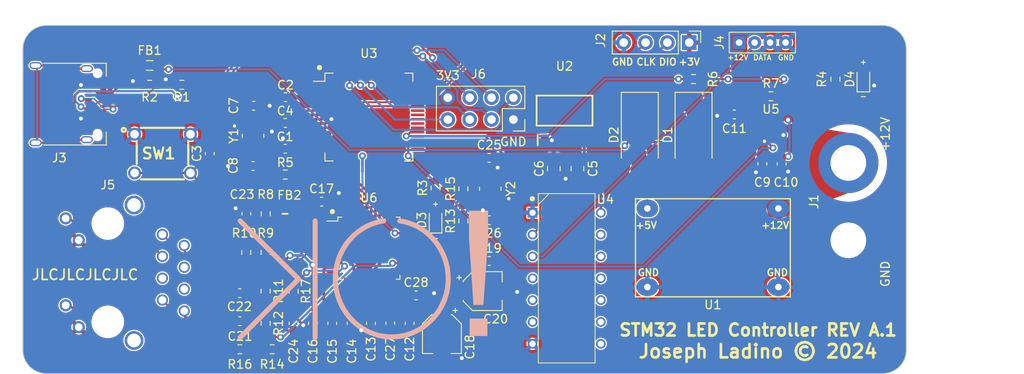
<source format=kicad_pcb>
(kicad_pcb (version 20221018) (generator pcbnew)
  (layers (0 "F.Cu" signal) (31 "B.Cu" signal) (34 "B.Paste" user) (35 "F.Paste" user) (36 "B.SilkS" user "B.Silkscreen") (37 "F.SilkS" user "F.Silkscreen") (38 "B.Mask" user) (39 "F.Mask" user) (44 "Edge.Cuts" user))
  (net 0 "")
  (net 1 "+3V3")
  (net 2 "GND")
  (net 3 "Net-(U3-NRST)")
  (net 4 "Net-(U3-VREF+)")
  (net 5 "+5V")
  (net 6 "Net-(U3-PF0)")
  (net 7 "Net-(C8-Pad1)")
  (net 8 "+12V")
  (net 9 "VDD")
  (net 10 "+3.3VA")
  (net 11 "ETH_RX+")
  (net 12 "ETH_RX-")
  (net 13 "Net-(J5-CT)")
  (net 14 "Net-(C24-Pad1)")
  (net 15 "Net-(C25-Pad1)")
  (net 16 "Net-(U6-XI{slash}CLKIN)")
  (net 17 "Net-(U6-TOCAP)")
  (net 18 "Net-(U6-1V2O)")
  (net 19 "Net-(D1-A)")
  (net 20 "Net-(D2-A)")
  (net 21 "/TEST_LED")
  (net 22 "Net-(D3-A)")
  (net 23 "Net-(D4-A)")
  (net 24 "Net-(FB1-Pad1)")
  (net 25 "ESP_IO2")
  (net 26 "ESP_IO0")
  (net 27 "ESP_RX")
  (net 28 "ESP_TX")
  (net 29 "ESP_EN")
  (net 30 "ESP_RSTn")
  (net 31 "STM_SWDIO")
  (net 32 "STM_SWCLK")
  (net 33 "Net-(J3-CC1)")
  (net 34 "USB_D+")
  (net 35 "USB_D-")
  (net 37 "Net-(J3-CC2)")
  (net 39 "unconnected-(J3-SHIELD-PadS1)")
  (net 40 "LED_DATA_5V")
  (net 44 "ETH_TX-")
  (net 45 "ETH_TX+")
  (net 46 "ETH_LED_ACT")
  (net 47 "ETH_LED_LNK")
  (net 48 "Net-(U3-PF1)")
  (net 49 "Net-(U5-PG)")
  (net 50 "LED_PWR_OK")
  (net 51 "Net-(U5-BLEED)")
  (net 52 "Net-(U6-XO)")
  (net 53 "Net-(U6-LINKLED)")
  (net 54 "Net-(U6-ACTLED)")
  (net 55 "Net-(U6-EXRES1)")
  (net 65 "ETH_SCLK")
  (net 66 "ETH_MOSI")
  (net 67 "ETH_INTn")
  (net 68 "ETH_SCSn")
  (net 69 "ETH_RSTn")
  (net 70 "ETH_MISO")
  (net 80 "LED_PWR_EN")
  (net 81 "LED_DATA")
  (net 121 "C_RX+")
  (net 122 "C_RX-")
  (footprint "Capacitor_SMD:C_0603_1608Metric" (layer "F.Cu") (at 149.8 85.85 180)
    (fp_text reference "C2")
    (fp_text value "4.7uF")
  )
  (footprint "Capacitor_SMD:C_0603_1608Metric" (layer "F.Cu") (at 164.9884 108.9009 180)
    (fp_text reference "C28")
    (fp_text value "10nF")
  )
  (footprint "Custom Connectors:1x02 M4 RING" (layer "F.Cu") (at 215.25 98 -90)
    (fp_text reference "J1")
    (fp_text value "EXT_PWR_CONN")
  )
  (footprint "Capacitor_SMD:C_0603_1608Metric" (layer "F.Cu") (at 150.7384 112.1509 90)
    (fp_text reference "C24")
    (fp_text value "10nF")
  )
  (footprint "Resistor_SMD:R_0603_1608Metric" (layer "F.Cu") (at 147.4884 108.4009 90)
    (fp_text reference "R11")
    (fp_text value "49.9")
  )
  (footprint "Capacitor_SMD:C_0603_1608Metric" (layer "F.Cu") (at 154 98 180)
    (fp_text reference "C17")
    (fp_text value "0.1uF")
  )
  (footprint "Capacitor_SMD:C_0603_1608Metric" (layer "F.Cu") (at 202 87.8635)
    (fp_text reference "C11")
    (fp_text value "0.1uF")
  )
  (footprint "Connector_USB:USB_C_Receptacle_Amphenol_12401610E4-2A" (layer "F.Cu") (at 123.59 86.6625 -90)
    (fp_text reference "J3")
    (fp_text value "12401610E4-2A")
  )
  (footprint "Resistor_SMD:R_0603_1608Metric" (layer "F.Cu") (at 134 84.4125 180)
    (fp_text reference "R2")
    (fp_text value "5.11K")
  )
  (footprint "Resistor_SMD:R_0603_1608Metric" (layer "F.Cu") (at 167.25 96.4125 -90)
    (fp_text reference "R3")
    (fp_text value "330")
  )
  (footprint "Capacitor_SMD:C_0603_1608Metric" (layer "F.Cu") (at 141 92.4125 90)
    (fp_text reference "C3")
    (fp_text value "0.1uF")
  )
  (footprint "Resistor_SMD:R_0603_1608Metric" (layer "F.Cu") (at 147.4884 103.9009 90)
    (fp_text reference "R9")
    (fp_text value "49.9")
  )
  (footprint "Capacitor_SMD:C_0805_2012Metric" (layer "F.Cu") (at 181 94.1625 -90)
    (fp_text reference "C6")
    (fp_text value "10uF")
  )
  (footprint "Capacitor_SMD:C_0603_1608Metric" (layer "F.Cu") (at 144.4884 111.9009)
    (fp_text reference "C21")
    (fp_text value "6.8nF")
  )
  (footprint "Capacitor_SMD:C_0603_1608Metric" (layer "F.Cu") (at 173.4884 100.1625 180)
    (fp_text reference "C26")
    (fp_text value "30pF")
  )
  (footprint "Resistor_SMD:R_0603_1608Metric" (layer "F.Cu") (at 145.2384 103.9009 90)
    (fp_text reference "R10")
    (fp_text value "49.9")
  )
  (footprint "Connector_PinSocket_2.54mm:PinSocket_2x04_P2.54mm_Vertical" (layer "F.Cu") (at 176.3 88.4525 -90)
    (fp_text reference "J6")
    (fp_text value "Conn_02x04_Top_Bottom")
  )
  (footprint "Capacitor_SMD:C_0603_1608Metric" (layer "F.Cu") (at 152.9884 112.1509 -90)
    (fp_text reference "C16")
    (fp_text value "0.1uF")
  )
  (footprint "SamacSys_Parts:FSM4JH" (layer "F.Cu") (at 135.5 92.4125)
    (fp_text reference "SW1")
    (fp_text value "FSM4JH" hide)
  )
  (footprint "Resistor_SMD:R_0603_1608Metric" (layer "F.Cu") (at 213.75 83.75 90)
    (fp_text reference "R4")
    (fp_text value "330")
  )
  (footprint "SnapEDA Library:XTAL_ABM8-48.000MHZ-B2-T" (layer "F.Cu") (at 173.6134 96.5009 180)
    (fp_text reference "Y2")
    (fp_text value "ABM8-25.000MHZ-B2-T")
  )
  (footprint "Capacitor_SMD:C_0603_1608Metric" (layer "F.Cu") (at 146.025 93.85 180)
    (fp_text reference "C8")
    (fp_text value "30pF")
  )
  (footprint "Capacitor_SMD:C_0603_1608Metric" (layer "F.Cu") (at 207.5 93.6135 90)
    (fp_text reference "C10")
    (fp_text value "1uF")
  )
  (footprint "Package_QFP:LQFP-64_10x10mm_P0.5mm" (layer "F.Cu") (at 159.5 88.1625)
    (fp_text reference "U3")
    (fp_text value "STM32G0B0RETx")
  )
  (footprint "Resistor_SMD:R_0603_1608Metric" (layer "F.Cu") (at 149.775 94.85)
    (fp_text reference "R5")
    (fp_text value "330")
  )
  (footprint "SamacSys_Parts:DIP794W53P254L1930H508Q14N" (layer "F.Cu") (at 182.5 106.9125)
    (fp_text reference "U4")
    (fp_text value "SN74AHCT125N" hide)
  )
  (footprint "Resistor_SMD:R_0603_1608Metric" (layer "F.Cu") (at 150.75 108.4125 -90)
    (fp_text reference "R17")
    (fp_text value "12.4K")
  )
  (footprint "Diode_SMD:D_SMA-SMB_Universal_Handsoldering" (layer "F.Cu") (at 191 90.25 -90)
    (fp_text reference "D2")
    (fp_text value "D_Schottky")
  )
  (footprint "Capacitor_SMD:C_0603_1608Metric" (layer "F.Cu") (at 144.4884 108.6509)
    (fp_text reference "C22")
    (fp_text value "6.8nF")
  )
  (footprint "SnapEDA Library:XTAL_ABM8-48.000MHZ-B2-T" (layer "F.Cu") (at 146.025 90.35)
    (fp_text reference "Y1")
    (fp_text value "ABM8-48.000MHZ-B2-T")
  )
  (footprint "Resistor_SMD:R_0603_1608Metric" (layer "F.Cu") (at 197.25 83.75 180)
    (fp_text reference "R6")
    (fp_text value "100K")
  )
  (footprint "Inductor_SMD:L_0805_2012Metric" (layer "F.Cu") (at 134 82.1625)
    (fp_text reference "FB1")
    (fp_text value "100R")
  )
  (footprint "Capacitor_SMD:C_0603_1608Metric" (layer "F.Cu") (at 173.4884 92.9125)
    (fp_text reference "C25")
    (fp_text value "30pF")
  )
  (footprint "Resistor_SMD:R_0603_1608Metric" (layer "F.Cu") (at 170.4884 100.2509 -90)
    (fp_text reference "R13")
    (fp_text value "1M")
  )
  (footprint "LED_SMD:LED_0603_1608Metric" (layer "F.Cu") (at 217 83.75 90)
    (fp_text reference "D4")
    (fp_text value "LED")
  )
  (footprint "SamacSys_Parts:BLM18SP221SN1B" (layer "F.Cu") (at 149.75 99.4125 90)
    (fp_text reference "FB2")
    (fp_text value "BLM18PG121SN1D" hide)
  )
  (footprint "Capacitor_SMD:C_0603_1608Metric" (layer "F.Cu") (at 149.775 88.85 180)
    (fp_text reference "C4")
    (fp_text value "0.1uF")
  )
  (footprint "SamacSys_Parts:SOT230P700X180-4N" (layer "F.Cu") (at 182.25 87.4125 90)
    (fp_text reference "U2")
    (fp_text value "NCV1117ST33T3G" hide)
  )
  (footprint "RB1-125BAG1A:WIZNET_RB1-125BAG1A" (layer "F.Cu") (at 129.1394 106.2667 -90)
    (fp_text reference "J5")
    (fp_text value "RB1-125BAG1A")
  )
  (footprint "Resistor_SMD:R_0603_1608Metric" (layer "F.Cu") (at 144.5 115.1625 180)
    (fp_text reference "R16")
    (fp_text value "220")
  )
  (footprint "Capacitor_SMD:C_0603_1608Metric" (layer "F.Cu") (at 164.2384 112.1509 -90)
    (fp_text reference "C12")
    (fp_text value "0.1uF")
  )
  (footprint "Capacitor_SMD:C_0603_1608Metric" (layer "F.Cu") (at 173.4884 104.9009)
    (fp_text reference "C19")
    (fp_text value "0.1uF")
  )
  (footprint "Capacitor_SMD:CP_Elec_4x5.3" (layer "F.Cu") (at 167.9884 113.4009 -90)
    (fp_text reference "C18")
    (fp_text value "10uF")
  )
  (footprint "Resistor_SMD:R_0603_1608Metric" (layer "F.Cu") (at 137.75 84.4125 180)
    (fp_text reference "R1")
    (fp_text value "5.11K")
  )
  (footprint "Diode_SMD:D_SMA-SMB_Universal_Handsoldering" (layer "F.Cu") (at 197.25 90.25 -90)
    (fp_text reference "D1")
    (fp_text value "D_Schottky")
  )
  (footprint "Capacitor_SMD:CP_Elec_4x5.3" (layer "F.Cu") (at 172.7384 108.4009)
    (fp_text reference "C20")
    (fp_text value "10uF")
  )
  (footprint "Capacitor_SMD:C_0603_1608Metric" (layer "F.Cu") (at 161.9884 112.1259 90)
    (fp_text reference "C27")
    (fp_text value "4.7uF")
  )
  (footprint "Custom Connectors:LED Strip Connector" (layer "F.Cu") (at 205.25 79.45)
    (fp_text reference "J4")
    (fp_text value "WS2815")
  )
  (footprint "Package_QFP:LQFP-48_7x7mm_P0.5mm" (layer "F.Cu") (at 159.5 103.4125)
    (fp_text reference "U6")
    (fp_text value "W5500")
  )
  (footprint "Capacitor_SMD:C_0603_1608Metric" (layer "F.Cu") (at 155.2384 112.1509 -90)
    (fp_text reference "C15")
    (fp_text value "0.1uF")
  )
  (footprint "Resistor_SMD:R_0603_1608Metric" (layer "F.Cu") (at 147.4884 112.1509 -90)
    (fp_text reference "R12")
    (fp_text value "49.9")
  )
  (footprint "Capacitor_SMD:C_0805_2012Metric" (layer "F.Cu") (at 183.75 94.1625 -90)
    (fp_text reference "C5")
    (fp_text value "10uF")
  )
  (footprint "Capacitor_SMD:C_0603_1608Metric" (layer "F.Cu") (at 145.25 99.4125 90)
    (fp_text reference "C23")
    (fp_text value "0.1uF")
  )
  (footprint "Connector_PinHeader_2.54mm:PinHeader_1x04_P2.54mm_Vertical" (layer "F.Cu") (at 196.75 79.5 -90)
    (fp_text reference "J2")
    (fp_text value "SWD_CONN")
  )
  (footprint "Resistor_SMD:R_0603_1608Metric" (layer "F.Cu") (at 170.4884 96.5009 -90)
    (fp_text reference "R15")
    (fp_text value "330")
  )
  (footprint "Resistor_SMD:R_0603_1608Metric" (layer "F.Cu") (at 147.5 99.4125 -90)
    (fp_text reference "R8")
    (fp_text value "10")
  )
  (footprint "Mini360_step-down:Mini360_step-down" (layer "F.Cu") (at 199.5 103.3635 180)
    (fp_text reference "U1")
    (fp_text value "Mini360")
  )
  (footprint "Capacitor_SMD:C_0603_1608Metric" (layer "F.Cu") (at 146.1 86.85)
    (fp_text reference "C7")
    (fp_text value "30pF")
  )
  (footprint "Capacitor_SMD:C_0603_1608Metric" (layer "F.Cu") (at 157.4884 112.1509 -90)
    (fp_text reference "C14")
    (fp_text value "0.1uF")
  )
  (footprint "Capacitor_SMD:C_0603_1608Metric" (layer "F.Cu") (at 149.775 91.85 180)
    (fp_text reference "C1")
    (fp_text value "0.1uF")
  )
  (footprint "LED_SMD:LED_0603_1608Metric" (layer "F.Cu") (at 167.25 100.1625 90)
    (fp_text reference "D3")
    (fp_text value "LED")
  )
  (footprint "Capacitor_SMD:C_0603_1608Metric" (layer "F.Cu") (at 205.25 93.6135 90)
    (fp_text reference "C9")
    (fp_text value "1uF")
  )
  (footprint "Resistor_SMD:R_0603_1608Metric" (layer "F.Cu") (at 206.25 85.75 180)
    (fp_text reference "R7")
    (fp_text value "100")
  )
  (footprint "SamacSys_Parts:DML3006LFDS7" (layer "F.Cu") (at 206.25 89.2835)
    (fp_text reference "U5")
    (fp_text value "DML3006LFDS-7" hide)
  )
  (footprint "Capacitor_SMD:C_0603_1608Metric" (layer "F.Cu") (at 159.7384 112.1509 -90)
    (fp_text reference "C13")
    (fp_text value "0.1uF")
  )
  (footprint "Resistor_SMD:R_0603_1608Metric" (layer "F.Cu") (at 148.25 115.1625 180)
    (fp_text reference "R14")
    (fp_text value "220")
  )
  (footprint "Custom:logo" (layer "B.Cu") (at 174.014287 76.608225 180)
    (fp_text reference "svg2mod" hide)
    (fp_text value "G***" hide)
  )
  (gr_arc (start 219.25 77.5) (mid 221.194544 78.305456) (end 222 80.25) (stroke (width 0.1)) (layer "Edge.Cuts"))
  (gr_line (start 119.25 80.25) (end 119.25 115.25) (stroke (width 0.1)) (layer "Edge.Cuts"))
  (gr_line (start 122 118) (end 219.25 118) (stroke (width 0.1)) (layer "Edge.Cuts"))
  (gr_line (start 222 115.25) (end 222 80.25) (stroke (width 0.1)) (layer "Edge.Cuts"))
  (gr_arc (start 222 115.25) (mid 221.194544 117.194544) (end 219.25 118) (stroke (width 0.1)) (layer "Edge.Cuts"))
  (gr_line (start 219.25 77.5) (end 122 77.5) (stroke (width 0.1)) (layer "Edge.Cuts"))
  (gr_arc (start 119.25 80.25) (mid 120.055456 78.305456) (end 122 77.5) (stroke (width 0.1)) (layer "Edge.Cuts"))
  (gr_arc (start 122 118) (mid 120.055456 117.194544) (end 119.25 115.25) (stroke (width 0.1)) (layer "Edge.Cuts"))
  (gr_text "+5V" (at 191.75 100.75) (layer "F.SilkS") (effects (font (size 0.8 0.8) (thickness 0.16) bold)))
  (gr_text "-" (at 217 85.75) (layer "F.SilkS") (effects (font (size 0.6 0.6) (thickness 0.12) bold)))
  (gr_text "+" (at 167.25 98.25) (layer "F.SilkS") (effects (font (size 0.6 0.6) (thickness 0.12) bold)))
  (gr_text "GND" (at 208 81.25) (layer "F.SilkS") (effects (font (size 0.6 0.6) (thickness 0.12) bold)))
  (gr_text "GND" (at 192 106.25) (layer "F.SilkS") (effects (font (size 0.8 0.8) (thickness 0.16) bold)))
  (gr_text "STM32 LED Controller REV A.1\n" (at 204.75 113.75) (layer "F.SilkS") (effects (font (size 1.4 1.4) (thickness 0.31) bold) (justify bottom)))
  (gr_text "DIO" (at 194.25 81.75) (layer "F.SilkS") (effects (font (size 0.8 0.8) (thickness 0.16) bold)))
  (gr_text "JLCJLCJLCJLC" (at 126.5 106.5) (layer "F.SilkS") (effects (font (size 1.2 1.2) (thickness 0.2) bold)))
  (gr_text "GND" (at 207 106.25) (layer "F.SilkS") (effects (font (size 0.8 0.8) (thickness 0.16) bold)))
  (gr_text "Joseph Ladino️ © 2024" (at 204.75 114.5) (layer "F.SilkS") (effects (font (size 1.55 1.55) (thickness 0.31) bold) (justify top)))
  (gr_text "+" (at 217 81.75) (layer "F.SilkS") (effects (font (size 0.6 0.6) (thickness 0.12) bold)))
  (gr_text "DATA" (at 205.25 81.25) (layer "F.SilkS") (effects (font (size 0.6 0.6) (thickness 0.12) bold)))
  (gr_text "+12V" (at 206.75 100.75) (layer "F.SilkS") (effects (font (size 0.8 0.8) (thickness 0.16) bold)))
  (gr_text "+3V" (at 196.75 81.75) (layer "F.SilkS") (effects (font (size 0.8 0.8) (thickness 0.16) bold)))
  (gr_text "-" (at 167.25 102.25) (layer "F.SilkS") (effects (font (size 0.6 0.6) (thickness 0.12) bold)))
  (gr_text "GND" (at 189 81.75) (layer "F.SilkS") (effects (font (size 0.8 0.8) (thickness 0.16) bold)))
  (gr_text "CLK" (at 191.75 81.75) (layer "F.SilkS") (effects (font (size 0.8 0.8) (thickness 0.16) bold)))
  (gr_text "${REVISION}" (at 235.25 75.25) (layer "F.SilkS") (effects (font (size 1 1)) (justify left bottom)))
  (gr_text "+12V" (at 202.401688 81.226585) (layer "F.SilkS") (effects (font (size 0.6 0.6) (thickness 0.12) bold)))
  (segment locked (start 150.55 91.85) (end 150.55 90.30938) (width 0.3) (layer "F.Cu") (net 1))
  (segment locked (start 150.55 90.30938) (end 152.94688 87.9125) (width 0.3) (layer "F.Cu") (net 1))
  (segment (start 213.675 84.575) (end 213.75 84.575) (width 0.3) (layer "F.Cu") (net 1))
  (segment (start 206.5 90.2035) (end 206.5 90.7685) (width 0.3) (layer "F.Cu") (net 1))
  (segment locked (start 153.825 86.9125) (end 151.6375 86.9125) (width 0.3) (layer "F.Cu") (net 1))
  (segment (start 207.5885 92.75) (end 207.5 92.8385) (width 0.3) (layer "F.Cu") (net 1))
  (segment locked (start 167.2 104.6625) (end 163.6625 104.6625) (width 0.3) (layer "F.Cu") (net 1))
  (segment (start 206.5 90.7685) (end 207.5 91.7685) (width 0.3) (layer "F.Cu") (net 1))
  (segment locked (start 152.94688 87.9125) (end 153.825 87.9125) (width 0.3) (layer "F.Cu") (net 1))
  (segment (start 207.5 91.7685) (end 207.5 92.8385) (width 0.3) (layer "F.Cu") (net 1))
  (segment locked (start 170.9384 108.4009) (end 167.2 104.6625) (width 0.3) (layer "F.Cu") (net 1))
  (segment (start 208.25 92.75) (end 207.5885 92.75) (width 0.3) (layer "F.Cu") (net 1))
  (segment locked (start 151.6375 86.9125) (end 150.575 85.85) (width 0.3) (layer "F.Cu") (net 1))
  (via (at 208.25 92.75) (size 0.8) (drill 0.45) (layers "F.Cu" "B.Cu") (net 1))
  (via (at 208.25 88.5) (size 0.8) (drill 0.45) (layers "F.Cu" "B.Cu") (net 1))
  (segment (start 208.25 88.5) (end 208.3997 88.6497) (width 0.3) (layer "B.Cu") (net 1))
  (segment (start 208.3997 88.6497) (end 208.3997 92.6003) (width 0.3) (layer "B.Cu") (net 1))
  (segment (start 208.3997 92.6003) (end 208.25 92.75) (width 0.3) (layer "B.Cu") (net 1))
  (segment (start 172.713 100.0301) (end 172.713 100.096) (width 0.3) (layer "F.Cu") (net 2))
  (segment (start 157.75 106.488) (end 158.003 106.488) (width 0.3) (layer "F.Cu") (net 2))
  (segment (start 218.25 84.5) (end 217.0375 84.5) (width 0.3) (layer "F.Cu") (net 2))
  (segment (start 135.875 83.7816) (end 136.294 83.7816) (width 0.3) (layer "F.Cu") (net 2))
  (segment (start 159.7383 112.926) (end 159.7384 112.9259) (width 0.3) (layer "F.Cu") (net 2))
  (segment (start 126.47 89.1625) (end 127.4125 89.1625) (width 0.3) (layer "F.Cu") (net 2))
  (segment (start 174.471 94.0446) (end 174.263 93.8368) (width 0.3) (layer "F.Cu") (net 2))
  (segment (start 174.263 93.3746) (end 174.2634 93.3742) (width 0.3) (layer "F.Cu") (net 2))
  (segment (start 174.302 104.8625) (end 174.3018 104.8625) (width 0.3) (layer "F.Cu") (net 2))
  (segment (start 155.2385 112.926) (end 155.2384 112.9259) (width 0.3) (layer "F.Cu") (net 2))
  (segment (start 174.263 93.3746) (end 174.263 92.9125) (width 0.3) (layer "F.Cu") (net 2))
  (segment (start 172.713 100.129) (end 172.713 100.162) (width 0.3) (layer "F.Cu") (net 2))
  (segment (start 128.72 89.3625) (end 128.77 89.4125) (width 0.3) (layer "F.Cu") (net 2))
  (segment (start 167.078 108.65) (end 166.014 108.65) (width 0.3) (layer "F.Cu") (net 2))
  (segment (start 161.828 104.162) (end 163.662 104.162) (width 0.3) (layer "F.Cu") (net 2))
  (segment (start 172.75 99) (end 172.75 98.0891) (width 0.3) (layer "F.Cu") (net 2))
  (segment (start 155.338 101.662) (end 156.385 101.662) (width 0.3) (layer "F.Cu") (net 2))
  (segment (start 127.593597 83.9125) (end 128.77 83.9125) (width 0.3) (layer "F.Cu") (net 2))
  (segment (start 149 91.1354) (end 149 91.85) (width 0.3) (layer "F.Cu") (net 2))
  (segment (start 150.875885 111.3759) (end 151.870402 112.370417) (width 0.3) (layer "F.Cu") (net 2))
  (segment (start 180.777 90.8707) (end 180.777 90.8125) (width 0.3) (layer "F.Cu") (net 2))
  (segment (start 150.75 111.3643) (end 150.7384 111.3759) (width 0.3) (layer "F.Cu") (net 2))
  (segment (start 157.4883 112.926) (end 155.2385 112.926) (width 0.3) (layer "F.Cu") (net 2))
  (segment (start 161.988 112.913) (end 164.226 112.913) (width 0.3) (layer "F.Cu") (net 2))
  (segment (start 164.232 112.9195) (end 164.238 112.926) (width 0.3) (layer "F.Cu") (net 2))
  (segment (start 172.713 99.8983) (end 172.713 100.0301) (width 0.3) (layer "F.Cu") (net 2))
  (segment (start 145.235 93.8646) (end 145.25 93.85) (width 0.3) (layer "F.Cu") (net 2))
  (segment (start 144 98.7673) (end 145.1202 98.7673) (width 0.3) (layer "F.Cu") (net 2))
  (segment (start 127.6125 89.3625) (end 128.72 89.3625) (width 0.3) (layer "F.Cu") (net 2))
  (segment (start 157.4883 112.926) (end 157.4884 112.9259) (width 0.3) (layer "F.Cu") (net 2))
  (segment (start 147.962 86.85) (end 147.962 86.8516) (width 0.3) (layer "F.Cu") (net 2))
  (segment (start 172.525 97.8641) (end 172.525 97.864) (width 0.3) (layer "F.Cu") (net 2))
  (segment (start 161.988 112.907) (end 161.9884 112.9066) (width 0.3) (layer "F.Cu") (net 2))
  (segment (start 158.497 106.488) (end 159.503 106.488) (width 0.3) (layer "F.Cu") (net 2))
  (segment (start 174.2634 108.1259) (end 174.5384 108.4009) (width 0.3) (layer "F.Cu") (net 2))
  (segment (start 160.75 111.093) (end 160.75 112.926) (width 0.3) (layer "F.Cu") (net 2))
  (segment (start 160.75 112.926) (end 161.976 112.926) (width 0.3) (layer "F.Cu") (net 2))
  (segment (start 174.2634 104.9009) (end 174.2634 108.1259) (width 0.3) (layer "F.Cu") (net 2))
  (segment (start 152.9565 112.894) (end 152.9884 112.9259) (width 0.3) (layer "F.Cu") (net 2))
  (segment (start 163.662 104.162) (end 163.6625 104.1625) (width 0.3) (layer "F.Cu") (net 2))
  (segment (start 146.875 86.85) (end 147.962 86.85) (width 0.3) (layer "F.Cu") (net 2))
  (segment (start 152.9565 112.894) (end 152.988 112.926) (width 0.3) (layer "F.Cu") (net 2))
  (segment (start 204.5 94.5947) (end 205.0438 94.5947) (width 0.3) (layer "F.Cu") (net 2))
  (segment (start 176.75 108.5) (end 176.6506 108.4006) (width 0.3) (layer "F.Cu") (net 2))
  (segment (start 126.010603 88.703103) (end 126.47 89.1625) (width 0.3) (layer "F.Cu") (net 2))
  (segment (start 141 91.6375) (end 141 91.7616) (width 0.3) (layer "F.Cu") (net 2))
  (segment (start 149 88.85) (end 148.127 88.85) (width 0.3) (layer "F.Cu") (net 2))
  (segment (start 176.6506 108.4006) (end 174.5384 108.4006) (width 0.3) (layer "F.Cu") (net 2))
  (segment locked (start 172.3125 97.6509) (end 172.7134 98.0518) (width 0.25) (layer "F.Cu") (net 2))
  (segment (start 147.962 86.85) (end 148.025 86.85) (width 0.3) (layer "F.Cu") (net 2))
  (segment (start 161.9884 112.9066) (end 161.9884 112.9009) (width 0.3) (layer "F.Cu") (net 2))
  (segment (start 182.375 95.1125) (end 183.75 95.1125) (width 0.3) (layer "F.Cu") (net 2))
  (segment (start 136.294 83.7816) (end 136.925 84.4125) (width 0.3) (layer "F.Cu") (net 2))
  (segment (start 126.47 83.6625) (end 127.343597 83.6625) (width 0.3) (layer "F.Cu") (net 2))
  (segment (start 164.226 112.913) (end 164.232 112.9195) (width 0.3) (layer "F.Cu") (net 2))
  (segment (start 172.7134 100.1625) (end 172.713 100.1621) (width 0.3) (layer "F.Cu") (net 2))
  (segment (start 165.7634 108.9006) (end 165.763 108.901) (width 0.3) (layer "F.Cu") (net 2))
  (segment (start 132.053 83.9787) (end 132.741 83.9787) (width 0.3) (layer "F.Cu") (net 2))
  (segment (start 168.982 116.195) (end 167.9884 115.2014) (width 0.3) (layer "F.Cu") (net 2))
  (segment (start 157.25 107.575) (end 157.25 106.734) (width 0.3) (layer "F.Cu") (net 2))
  (segment (start 125.586883 88.0875) (end 125.760603 88.0875) (width 0.3) (layer "F.Cu") (net 2))
  (segment (start 174.488 94.7063) (end 174.4884 94.7067) (width 0.3) (layer "F.Cu") (net 2))
  (segment (start 166.014 108.65) (end 165.7634 108.9006) (width 0.3) (layer "F.Cu") (net 2))
  (segment (start 174.302 104.8625) (end 174.263 104.901) (width 0.3) (layer "F.Cu") (net 2))
  (segment (start 152.425885 112.9259) (end 151.870402 112.370417) (width 0.3) (layer "F.Cu") (net 2))
  (segment (start 158.25 107.575) (end 158.25 106.734) (width 0.3) (layer "F.Cu") (net 2))
  (segment (start 174.5384 108.4006) (end 174.5384 108.4009) (width 0.3) (layer "F.Cu") (net 2))
  (segment (start 155.2385 112.926) (end 155.238 112.926) (width 0.3) (layer "F.Cu") (net 2))
  (segment (start 149.501 90.6347) (end 149 91.1354) (width 0.3) (layer "F.Cu") (net 2))
  (segment (start 147.777 89.4164) (end 147.777 89.2) (width 0.3) (layer "F.Cu") (net 2))
  (segment (start 126.015203 84.43702) (end 125.933682 84.43702) (width 0.3) (layer "F.Cu") (net 2))
  (segment (start 126.015203 84.43702) (end 126.015203 84.117297) (width 0.3) (layer "F.Cu") (net 2))
  (segment (start 125.760603 88.0875) (end 126.010603 88.3375) (width 0.3) (layer "F.Cu") (net 2))
  (segment (start 157.497 106.488) (end 157.75 106.488) (width 0.3) (layer "F.Cu") (net 2))
  (segment (start 172.7134 100.1625) (end 172.7134 99.0366) (width 0.3) (layer "F.Cu") (net 2))
  (segment (start 161.988 112.913) (end 161.988 112.907) (width 0.3) (layer "F.Cu") (net 2))
  (segment (start 146.9 89.2) (end 147.777 89.2) (width 0.3) (layer "F.Cu") (net 2))
  (segment (start 158.613 112.926) (end 157.4883 112.926) (width 0.3) (layer "F.Cu") (net 2))
  (segment (start 165.7634 108.9006) (end 165.7634 108.9009) (width 0.3) (layer "F.Cu") (net 2))
  (segment (start 154 97.225) (end 155.775 97.225) (width 0.3) (layer "F.Cu") (net 2))
  (segment (start 124.825 85.545702) (end 124.825 87.325617) (width 0.3) (layer "F.Cu") (net 2))
  (segment (start 155.1486 88.4125) (end 153.825 88.4125) (width 0.3) (layer "F.Cu") (net 2))
  (segment (start 172.75 97.6625) (end 172.7384 97.6509) (width 0.3) (layer "F.Cu") (net 2))
  (segment (start 174.4884 94.7067) (end 174.4884 95.3509) (width 0.3) (layer "F.Cu") (net 2))
  (segment (start 201.0885 88) (end 201.225 87.8635) (width 0.3) (layer "F.Cu") (net 2))
  (segment (start 150.5513 111.563) (end 150.7384 111.3759) (width 0.3) (layer "F.Cu") (net 2))
  (segment (start 172.7134 99.0366) (end 172.75 99) (width 0.3) (layer "F.Cu") (net 2))
  (segment (start 125.933682 84.43702) (end 124.825 85.545702) (width 0.3) (layer "F.Cu") (net 2))
  (segment (start 155.462499 97.225) (end 154 97.225) (width 0.3) (layer "F.Cu") (net 2))
  (segment (start 157.75 106.488) (end 157.75 105.515) (width 0.3) (layer "F.Cu") (net 2))
  (segment (start 159.75 106.734) (end 159.75 107.575) (width 0.3) (layer "F.Cu") (net 2))
  (segment (start 180.777 90.8125) (end 179.95 90.8125) (width 0.3) (layer "F.Cu") (net 2))
  (segment (start 172.75 98.0891) (end 172.525 97.8641) (width 0.3) (layer "F.Cu") (net 2))
  (segment (start 157.25 106.734) (end 157.497 106.488) (width 0.3) (layer "F.Cu") (net 2))
  (segment (start 172.713 100.096) (end 172.713 100.129) (width 0.3) (layer "F.Cu") (net 2))
  (segment (start 150.75 109.2375) (end 150.75 111.3643) (width 0.3) (layer "F.Cu") (net 2))
  (segment (start 174.5384 108.4006) (end 174.538 108.401) (width 0.3) (layer "F.Cu") (net 2))
  (segment (start 159.503 106.488) (end 161.828 104.162) (width 0.3) (layer "F.Cu") (net 2))
  (segment (start 148.21 89.849) (end 147.777 89.4164) (width 0.3) (layer "F.Cu") (net 2))
  (segment (start 158.003 106.488) (end 158.25 106.734) (width 0.3) (layer "F.Cu") (net 2))
  (segment (start 127.4125 89.1625) (end 127.6125 89.3625) (width 0.3) (layer "F.Cu") (net 2))
  (segment (start 156.75 99.25) (end 156.75 98.512501) (width 0.3) (layer "F.Cu") (net 2))
  (segment (start 156.925 102.202) (end 156.925 104.635) (width 0.3) (layer "F.Cu") (net 2))
  (segment (start 148.127 88.85) (end 147.777 89.2) (width 0.3) (layer "F.Cu") (net 2))
  (segment (start 207.6997 90.25) (end 207.0465 90.25) (width 0.3) (layer "F.Cu") (net 2))
  (segment (start 150.551 111.563) (end 150.5513 111.563) (width 0.3) (layer "F.Cu") (net 2))
  (segment (start 158.613 112.963) (end 158.613 112.926) (width 0.3) (layer "F.Cu") (net 2))
  (segment (start 164.232 112.9195) (end 164.2384 112.9259) (width 0.3) (layer "F.Cu") (net 2))
  (segment (start 159.75 110.093) (end 160.75 111.093) (width 0.3) (layer "F.Cu") (net 2))
  (segment (start 174.3018 104.8625) (end 174.2634 104.9009) (width 0.3) (layer "F.Cu") (net 2))
  (segment (start 167.9884 115.2014) (end 167.9884 115.2009) (width 0.3) (layer "F.Cu") (net 2))
  (segment (start 156.75 98.512501) (end 155.462499 97.225) (width 0.3) (layer "F.Cu") (net 2))
  (segment (start 155.338 104.662) (end 155.3375 104.6625) (width 0.3) (layer "F.Cu") (net 2))
  (segment (start 132.741 83.9787) (end 133.175 84.4125) (width 0.3) (layer "F.Cu") (net 2))
  (segment (start 143.103 93.8646) (end 144.466 92.5019) (width 0.3) (layer "F.Cu") (net 2))
  (segment (start 161.988 112.907) (end 161.988 112.901) (width 0.3) (layer "F.Cu") (net 2))
  (segment (start 174.488 95.3509) (end 174.488 94.7063) (width 0.3) (layer "F.Cu") (net 2))
  (segment (start 172.75 99) (end 172.75 97.6625) (width 0.3) (layer "F.Cu") (net 2))
  (segment (start 174.488 94.7063) (end 174.488 94.0618) (width 0.3) (layer "F.Cu") (net 2))
  (segment (start 172.525 97.864) (end 172.738 97.6509) (width 0.3) (layer "F.Cu") (net 2))
  (segment (start 158.25 106.734) (end 158.497 106.488) (width 0.3) (layer "F.Cu") (net 2))
  (segment (start 207.0465 90.25) (end 207 90.2035) (width 0.3) (layer "F.Cu") (net 2))
  (segment (start 217.0375 84.5) (end 217 84.5375) (width 0.3) (layer "F.Cu") (net 2))
  (segment (start 126.010603 88.3375) (end 126.010603 88.703103) (width 0.3) (layer "F.Cu") (net 2))
  (segment (start 170.3 116.195) (end 168.982 116.195) (width 0.3) (layer "F.Cu") (net 2))
  (segment (start 145.15 92.5019) (end 145.15 91.5) (width 0.3) (layer "F.Cu") (net 2))
  (segment (start 161.976 112.926) (end 161.988 112.913) (width 0.3) (layer "F.Cu") (net 2))
  (segment (start 174.488 94.0618) (end 174.471 94.0446) (width 0.3) (layer "F.Cu") (net 2))
  (segment (start 167.9884 115.2014) (end 167.988 115.201) (width 0.3) (layer "F.Cu") (net 2))
  (segment (start 159.7383 112.926) (end 160.75 112.926) (width 0.3) (layer "F.Cu") (net 2))
  (segment (start 159.75 107.575) (end 159.75 110.093) (width 0.3) (layer "F.Cu") (net 2))
  (segment (start 155.775 97.225) (end 156 97) (width 0.3) (layer "F.Cu") (net 2))
  (segment (start 145.1202 98.7673) (end 145.25 98.6375) (width 0.3) (layer "F.Cu") (net 2))
  (segment (start 200 88) (end 201.0885 88) (width 0.3) (layer "F.Cu") (net 2))
  (segment (start 124.825 87.325617) (end 125.586883 88.0875) (width 0.3) (layer "F.Cu") (net 2))
  (segment (start 174.341 104.824) (end 174.302 104.8625) (width 0.3) (layer "F.Cu") (net 2))
  (segment (start 207.5 94.3885) (end 208.1385 94.3885) (width 0.3) (layer "F.Cu") (net 2))
  (segment (start 182.375 95.3293) (end 182.375 95.1125) (width 0.3) (layer "F.Cu") (net 2))
  (segment (start 174.263 93.8368) (end 174.263 93.3746) (width 0.3) (layer "F.Cu") (net 2))
  (segment (start 141 91.7616) (end 143.103 93.8646) (width 0.3) (layer "F.Cu") (net 2))
  (segment (start 143.103 93.8646) (end 145.235 93.8646) (width 0.3) (layer "F.Cu") (net 2))
  (segment (start 150.551 111.563) (end 150.738 111.376) (width 0.3) (layer "F.Cu") (net 2))
  (segment (start 172.713 100.1621) (end 172.713 100.162) (width 0.3) (layer "F.Cu") (net 2))
  (segment (start 181 95.1125) (end 182.375 95.1125) (width 0.3) (layer "F.Cu") (net 2))
  (segment (start 126.015203 84.117297) (end 126.47 83.6625) (width 0.3) (layer "F.Cu") (net 2))
  (segment (start 150.7384 111.3759) (end 150.875885 111.3759) (width 0.3) (layer "F.Cu") (net 2))
  (segment (start 157.75 105.515) (end 156.898 104.662) (width 0.3) (layer "F.Cu") (net 2))
  (segment (start 205.0438 94.5947) (end 205.25 94.3885) (width 0.3) (layer "F.Cu") (net 2))
  (segment (start 208.1385 94.3885) (end 208.25 94.5) (width 0.3) (layer "F.Cu") (net 2))
  (segment (start 127.343597 83.6625) (end 127.593597 83.9125) (width 0.3) (layer "F.Cu") (net 2))
  (segment (start 155.338 101.662) (end 155.3375 101.6625) (width 0.3) (layer "F.Cu") (net 2))
  (segment (start 148.025 86.85) (end 149.025 85.85) (width 0.3) (layer "F.Cu") (net 2))
  (segment (start 159.503 106.488) (end 159.75 106.734) (width 0.3) (layer "F.Cu") (net 2))
  (segment (start 158.613 112.926) (end 159.7383 112.926) (width 0.3) (layer "F.Cu") (net 2))
  (segment (start 174.2634 93.3742) (end 174.2634 92.9125) (width 0.3) (layer "F.Cu") (net 2))
  (segment (start 144.466 92.5019) (end 145.15 92.5019) (width 0.3) (layer "F.Cu") (net 2))
  (segment (start 156.925 104.635) (end 156.898 104.662) (width 0.3) (layer "F.Cu") (net 2))
  (segment (start 154 97.225) (end 153.225 98) (width 0.3) (layer "F.Cu") (net 2))
  (segment (start 156.898 104.662) (end 155.338 104.662) (width 0.3) (layer "F.Cu") (net 2))
  (segment (start 152.9884 112.9259) (end 152.425885 112.9259) (width 0.3) (layer "F.Cu") (net 2))
  (segment (start 156.385 101.662) (end 156.925 102.202) (width 0.3) (layer "F.Cu") (net 2))
  (via (at 208.25 94.5) (size 0.8) (drill 0.45) (layers "F.Cu" "B.Cu") (net 2))
  (via (at 204.5 94.5947) (size 0.8) (drill 0.45) (layers "F.Cu" "B.Cu") (net 2))
  (via (at 170.3 116.195) (size 0.8) (drill 0.45) (layers "F.Cu" "B.Cu") (net 2))
  (via (at 167.078 108.65) (size 0.8) (drill 0.45) (layers "F.Cu" "B.Cu") (net 2))
  (via (at 149.501 90.6347) (size 0.8) (drill 0.45) (layers "F.Cu" "B.Cu") (net 2))
  (via (at 126.010603 88.3375) (size 0.8) (drill 0.45) (layers "F.Cu" "B.Cu") (net 2))
  (via (at 126.015203 84.43702) (size 0.8) (drill 0.45) (layers "F.Cu" "B.Cu") (net 2))
  (via (at 132.053 83.9787) (size 0.8) (drill 0.45) (layers "F.Cu" "B.Cu") (net 2))
  (via (at 176.75 108.5) (size 0.8) (drill 0.45) (layers "F.Cu" "B.Cu") (net 2))
  (via (at 182.375 95.3293) (size 0.8) (drill 0.45) (layers "F.Cu" "B.Cu") (net 2))
  (via (at 200 88) (size 0.8) (drill 0.45) (layers "F.Cu" "B.Cu") (net 2))
  (via (at 151.870402 112.370417) (size 0.8) (drill 0.45) (layers "F.Cu" "B.Cu") (net 2))
  (via (at 143.103 93.8646) (size 0.8) (drill 0.45) (layers "F.Cu" "B.Cu") (net 2))
  (via (at 155.1486 88.4125) (size 0.8) (drill 0.45) (layers "F.Cu" "B.Cu") (net 2))
  (via (at 144 98.7673) (size 0.8) (drill 0.45) (layers "F.Cu" "B.Cu") (net 2))
  (via (at 158.613 112.963) (size 0.8) (drill 0.45) (layers "F.Cu" "B.Cu") (net 2))
  (via (at 148.21 89.849) (size 0.8) (drill 0.45) (layers "F.Cu" "B.Cu") (net 2))
  (via (at 218.25 84.5) (size 0.8) (drill 0.45) (layers "F.Cu" "B.Cu") (net 2))
  (via (at 180.777 90.8707) (size 0.8) (drill 0.45) (layers "F.Cu" "B.Cu") (net 2))
  (via (at 172.75 99) (size 0.8) (drill 0.45) (layers "F.Cu" "B.Cu") (net 2))
  (via (at 147.962 86.8516) (size 0.8) (drill 0.45) (layers "F.Cu" "B.Cu") (net 2))
  (via (at 156 97) (size 0.8) (drill 0.45) (layers "F.Cu" "B.Cu") (net 2))
  (via (at 207.6997 90.25) (size 0.8) (drill 0.45) (layers "F.Cu" "B.Cu") (net 2))
  (via (at 135.875 83.7816) (size 0.8) (drill 0.45) (layers "F.Cu" "B.Cu") (net 2))
  (via (at 174.471 94.0446) (size 0.8) (drill 0.45) (layers "F.Cu" "B.Cu") (net 2))
  (segment (start 154.979 90.1035) (end 154.979 92.1701) (width 0.25) (layer "F.Cu") (net 3))
  (segment (start 138.75 94.6625) (end 140.225 93.1875) (width 0.25) (layer "F.Cu") (net 3))
  (segment (start 132.25 94.6625) (end 138.75 94.6625) (width 0.25) (layer "F.Cu") (net 3))
  (segment (start 154.788 89.9125) (end 154.979 90.1035) (width 0.25) (layer "F.Cu") (net 3))
  (segment (start 151.495 95.6542) (end 139.742 95.6542) (width 0.25) (layer "F.Cu") (net 3))
  (segment (start 153.825 89.9125) (end 154.788 89.9125) (width 0.25) (layer "F.Cu") (net 3))
  (segment (start 140.225 93.1875) (end 141 93.1875) (width 0.25) (layer "F.Cu") (net 3))
  (segment (start 139.742 95.6542) (end 138.75 94.6625) (width 0.25) (layer "F.Cu") (net 3))
  (segment (start 154.979 92.1701) (end 151.495 95.6542) (width 0.25) (layer "F.Cu") (net 3))
  (segment locked (start 151.9875 87.4125) (end 153.825 87.4125) (width 0.25) (layer "F.Cu") (net 4))
  (segment locked (start 150.55 88.85) (end 151.9875 87.4125) (width 0.25) (layer "F.Cu") (net 4))
  (segment (start 184.55 92.4125) (end 183.75 93.2125) (width 0.3) (layer "F.Cu") (net 5))
  (segment (start 197.25 87.35) (end 191.1 87.35) (width 0.3) (layer "F.Cu") (net 5))
  (segment (start 185.377 90.8125) (end 184.55 90.8125) (width 0.3) (layer "F.Cu") (net 5))
  (segment (start 188.739 87.45) (end 185.377 90.8125) (width 0.3) (layer "F.Cu") (net 5))
  (segment (start 186.47 99.2925) (end 186.47 95.9325) (width 0.3) (layer "F.Cu") (net 5))
  (segment (start 184.55 90.8125) (end 184.55 92.4125) (width 0.3) (layer "F.Cu") (net 5))
  (segment (start 191.1 87.35) (end 191 87.45) (width 0.3) (layer "F.Cu") (net 5))
  (segment (start 191 87.45) (end 188.739 87.45) (width 0.3) (layer "F.Cu") (net 5))
  (segment (start 186.47 95.9325) (end 183.75 93.2125) (width 0.3) (layer "F.Cu") (net 5))
  (segment locked (start 151.8 89.95834) (end 152.84584 88.9125) (width 0.25) (layer "F.Cu") (net 6))
  (segment locked (start 145.325 86.85) (end 145.325 89.025) (width 0.25) (layer "F.Cu") (net 6))
  (segment locked (start 148.4 92.65) (end 151.1 92.65) (width 0.25) (layer "F.Cu") (net 6))
  (segment locked (start 147.75 90.525) (end 147.75 92) (width 0.25) (layer "F.Cu") (net 6))
  (segment locked (start 146.475 90.525) (end 147.75 90.525) (width 0.25) (layer "F.Cu") (net 6))
  (segment locked (start 145.325 89.025) (end 145.15 89.2) (width 0.25) (layer "F.Cu") (net 6))
  (segment locked (start 145.15 89.2) (end 146.475 90.525) (width 0.25) (layer "F.Cu") (net 6))
  (segment locked (start 151.8 91.95) (end 151.8 89.95834) (width 0.25) (layer "F.Cu") (net 6))
  (segment locked (start 152.84584 88.9125) (end 153.825 88.9125) (width 0.25) (layer "F.Cu") (net 6))
  (segment locked (start 151.1 92.65) (end 151.8 91.95) (width 0.25) (layer "F.Cu") (net 6))
  (segment locked (start 147.75 92) (end 148.4 92.65) (width 0.25) (layer "F.Cu") (net 6))
  (segment locked (start 146.9 93.75) (end 146.8 93.85) (width 0.25) (layer "F.Cu") (net 7))
  (segment locked (start 147.95 93.85) (end 148.95 94.85) (width 0.25) (layer "F.Cu") (net 7))
  (segment locked (start 146.9 91.5) (end 146.9 93.75) (width 0.25) (layer "F.Cu") (net 7))
  (segment locked (start 146.8 93.85) (end 147.95 93.85) (width 0.25) (layer "F.Cu") (net 7))
  (segment (start 155.2385 111.376) (end 155.238 111.376) (width 0.3) (layer "F.Cu") (net 10))
  (segment (start 167.244 111.601) (end 165.083 113.762) (width 0.3) (layer "F.Cu") (net 10))
  (segment locked (start 159.7384 111.3759) (end 158.75 110.3875) (width 0.3) (layer "F.Cu") (net 10))
  (segment (start 158.75 109.418) (end 157.75 109.418) (width 0.3) (layer "F.Cu") (net 10))
  (segment (start 145.2385 104.726) (end 147.4885 104.726) (width 0.3) (layer "F.Cu") (net 10))
  (segment (start 150.58 98.8656) (end 153.909 98.8656) (width 0.3) (layer "F.Cu") (net 10))
  (segment (start 148.898 98.5875) (end 149.048 98.7375) (width 0.3) (layer "F.Cu") (net 10))
  (segment (start 159.7384 111.3759) (end 159.738 111.3759) (width 0.3) (layer "F.Cu") (net 10))
  (segment (start 135.774 105.454) (end 136.974 106.653) (width 0.3) (layer "F.Cu") (net 10))
  (segment (start 157.488 111.376) (end 155.2385 111.376) (width 0.3) (layer "F.Cu") (net 10))
  (segment (start 152.974 105.356) (end 153.303 105.356) (width 0.3) (layer "F.Cu") (net 10))
  (segment (start 149.75 98.7375) (end 150.452 98.7375) (width 0.3) (layer "F.Cu") (net 10))
  (segment (start 159.244 110.882) (end 159.738 111.376) (width 0.3) (layer "F.Cu") (net 10))
  (segment (start 152.988 105.671) (end 153.303 105.356) (width 0.3) (layer "F.Cu") (net 10))
  (segment (start 152.988 111.376) (end 152.988 110.84) (width 0.3) (layer "F.Cu") (net 10))
  (segment locked (start 158.75 110.3875) (end 158.75 107.575) (width 0.3) (layer "F.Cu") (net 10))
  (segment (start 153.909 98.8656) (end 154.775 98) (width 0.3) (layer "F.Cu") (net 10))
  (segment (start 145.238 104.726) (end 145.2385 104.726) (width 0.3) (layer "F.Cu") (net 10))
  (segment (start 147.4885 104.726) (end 147.4884 104.7259) (width 0.3) (layer "F.Cu") (net 10))
  (segment (start 155.3375 105.6625) (end 155.3375 105.662) (width 0.3) (layer "F.Cu") (net 10))
  (segment locked (start 167.9884 111.6009) (end 164.4634 111.6009) (width 0.3) (layer "F.Cu") (net 10))
  (segment locked (start 154.49688 105.6625) (end 155.3375 105.6625) (width 0.3) (layer "F.Cu") (net 10))
  (segment (start 154.497 104.162) (end 155.3375 104.162) (width 0.3) (layer "F.Cu") (net 10))
  (segment (start 149.855 104.726) (end 150.322 104.259) (width 0.3) (layer "F.Cu") (net 10))
  (segment (start 135.164 105.454) (end 135.774 105.454) (width 0.3) (layer "F.Cu") (net 10))
  (segment (start 157.4884 111.3759) (end 157.4883 111.3758) (width 0.3) (layer "F.Cu") (net 10))
  (segment (start 154.741 113.762) (end 154.396 113.416) (width 0.3) (layer "F.Cu") (net 10))
  (segment (start 167.9881 111.6009) (end 167.988 111.601) (width 0.3) (layer "F.Cu") (net 10))
  (segment (start 150.452 98.7375) (end 150.58 98.8656) (width 0.3) (layer "F.Cu") (net 10))
  (segment (start 136.974 106.653) (end 143.311 106.653) (width 0.3) (layer "F.Cu") (net 10))
  (segment (start 147.5 98.5875) (end 148.898 98.5875) (width 0.3) (layer "F.Cu") (net 10))
  (segment (start 155.3375 104.162) (end 156.178 104.162) (width 0.3) (layer "F.Cu") (net 10))
  (segment (start 145.2385 104.726) (end 145.2384 104.7259) (width 0.3) (layer "F.Cu") (net 10))
  (segment (start 156.178 102.162) (end 155.338 102.162) (width 0.3) (layer "F.Cu") (net 10))
  (segment (start 154.744 110.882) (end 155.238 111.376) (width 0.3) (layer "F.Cu") (net 10))
  (segment (start 157.4883 111.3758) (end 157.4883 111.3757) (width 0.3) (layer "F.Cu") (net 10))
  (segment (start 156.178 104.162) (end 156.425 103.916) (width 0.3) (layer "F.Cu") (net 10))
  (segment (start 155.3375 104.1625) (end 155.3375 104.162) (width 0.3) (layer "F.Cu") (net 10))
  (segment locked (start 164.4634 111.6009) (end 164.2384 111.3759) (width 0.3) (layer "F.Cu") (net 10))
  (segment locked (start 154.25 110.3875) (end 154.25 105.90938) (width 0.3) (layer "F.Cu") (net 10))
  (segment (start 156.425 102.409) (end 156.178 102.162) (width 0.3) (layer "F.Cu") (net 10))
  (segment (start 155.3375 102.1625) (end 155.338 102.162) (width 0.3) (layer "F.Cu") (net 10))
  (segment (start 156.425 103.916) (end 156.425 102.409) (width 0.3) (layer "F.Cu") (net 10))
  (segment (start 153.303 105.356) (end 154.497 104.162) (width 0.3) (layer "F.Cu") (net 10))
  (segment locked (start 164.2384 111.3759) (end 163.3759 111.3759) (width 0.3) (layer "F.Cu") (net 10))
  (segment (start 165.083 113.762) (end 154.741 113.762) (width 0.3) (layer "F.Cu") (net 10))
  (segment locked (start 155.2384 111.3759) (end 154.25 110.3875) (width 0.3) (layer "F.Cu") (net 10))
  (segment locked (start 157.75 111.1143) (end 157.75 107.575) (width 0.3) (layer "F.Cu") (net 10))
  (segment (start 149.048 98.7375) (end 149.75 98.7375) (width 0.3) (layer "F.Cu") (net 10))
  (segment (start 159.738 111.3759) (end 159.738 111.376) (width 0.3) (layer "F.Cu") (net 10))
  (segment (start 146.711 97.7984) (end 137.39 97.7984) (width 0.3) (layer "F.Cu") (net 10))
  (segment (start 154.396 112.219) (end 155.238 111.376) (width 0.3) (layer "F.Cu") (net 10))
  (segment (start 137.39 97.7984) (end 133.998 101.19) (width 0.3) (layer "F.Cu") (net 10))
  (segment (start 133.998 104.288) (end 135.164 105.454) (width 0.3) (layer "F.Cu") (net 10))
  (segment (start 133.998 101.19) (end 133.998 104.288) (width 0.3) (layer "F.Cu") (net 10))
  (segment (start 167.9884 111.6009) (end 167.9881 111.6009) (width 0.3) (layer "F.Cu") (net 10))
  (segment (start 147.5 98.5875) (end 146.711 97.7984) (width 0.3) (layer "F.Cu") (net 10))
  (segment (start 152.988 110.84) (end 152.988 105.671) (width 0.3) (layer "F.Cu") (net 10))
  (segment locked (start 157.4884 111.3759) (end 157.75 111.1143) (width 0.3) (layer "F.Cu") (net 10))
  (segment (start 154.19 105.356) (end 154.497 105.662) (width 0.3) (layer "F.Cu") (net 10))
  (segment (start 152.988 110.84) (end 152.9884 110.8404) (width 0.3) (layer "F.Cu") (net 10))
  (segment locked (start 160.75 108.75) (end 160.75 107.575) (width 0.3) (layer "F.Cu") (net 10))
  (segment (start 154.396 113.416) (end 154.396 112.219) (width 0.3) (layer "F.Cu") (net 10))
  (segment locked (start 163.3759 111.3759) (end 160.75 108.75) (width 0.3) (layer "F.Cu") (net 10))
  (segment (start 147.4885 104.726) (end 149.855 104.726) (width 0.3) (layer "F.Cu") (net 10))
  (segment (start 164.2381 111.3759) (end 164.238 111.376) (width 0.3) (layer "F.Cu") (net 10))
  (segment (start 152.9884 110.8404) (end 152.9884 111.3759) (width 0.3) (layer "F.Cu") (net 10))
  (segment locked (start 154.25 105.90938) (end 154.49688 105.6625) (width 0.3) (layer "F.Cu") (net 10))
  (segment (start 164.2384 111.3759) (end 164.2381 111.3759) (width 0.3) (layer "F.Cu") (net 10))
  (segment (start 163.807 111.376) (end 164.238 111.376) (width 0.3) (layer "F.Cu") (net 10))
  (segment (start 153.303 105.356) (end 154.19 105.356) (width 0.3) (layer "F.Cu") (net 10))
  (segment (start 143.311 106.653) (end 145.238 104.726) (width 0.3) (layer "F.Cu") (net 10))
  (segment (start 152.974 105.356) (end 153.138 105.52) (width 0.3) (layer "F.Cu") (net 10))
  (segment (start 155.2385 111.376) (end 155.2384 111.3759) (width 0.3) (layer "F.Cu") (net 10))
  (via (at 152.974 105.356) (size 0.8) (drill 0.45) (layers "F.Cu" "B.Cu") (net 10))
  (via (at 150.322 104.259) (size 0.8) (drill 0.45) (layers "F.Cu" "B.Cu") (net 10))
  (segment (start 151.877 104.259) (end 152.974 105.356) (width 0.3) (layer "B.Cu") (net 10))
  (segment (start 150.322 104.259) (end 151.877 104.259) (width 0.3) (layer "B.Cu") (net 10))
  (segment (start 145.2634 111.901) (end 145.2634 111.9009) (width 0.25) (layer "F.Cu") (net 11))
  (segment locked (start 145.2634 111.9009) (end 146.9134 111.9009) (width 0.2) (layer "F.Cu") (net 11))
  (segment (start 145.2634 111.901) (end 145.2633 111.901) (width 0.25) (layer "F.Cu") (net 11))
  (segment (start 147.4883 111.3258) (end 147.4883 111.3257) (width 0.25) (layer "F.Cu") (net 11))
  (segment locked (start 147.9384 109.963548) (end 148.71338 109.188568) (width 0.2) (layer "F.Cu") (net 11))
  (segment locked (start 146.9134 111.9009) (end 147.4884 111.3259) (width 0.2) (layer "F.Cu") (net 11))
  (segment locked (start 147.9384 110.8759) (end 147.9384 109.963548) (width 0.2) (layer "F.Cu") (net 11))
  (segment (start 147.4884 111.3259) (end 147.4883 111.3258) (width 0.25) (layer "F.Cu") (net 11))
  (segment locked (start 154.231249 103.1625) (end 155.3375 103.1625) (width 0.2) (layer "F.Cu") (net 11))
  (segment (start 145.2633 111.901) (end 145.263 111.901) (width 0.25) (layer "F.Cu") (net 11))
  (segment locked (start 148.71338 109.188568) (end 148.71338 107.60482) (width 0.2) (layer "F.Cu") (net 11))
  (segment locked (start 148.71338 107.60482) (end 153.1807 103.1375) (width 0.2) (layer "F.Cu") (net 11))
  (segment (start 155.3375 103.1625) (end 155.3375 103.162) (width 0.25) (layer "F.Cu") (net 11))
  (segment (start 145.264 111.901) (end 145.2635 111.901) (width 0.25) (layer "F.Cu") (net 11))
  (segment locked (start 154.206249 103.1375) (end 154.231249 103.1625) (width 0.2) (layer "F.Cu") (net 11))
  (segment locked (start 147.4884 111.3259) (end 147.9384 110.8759) (width 0.2) (layer "F.Cu") (net 11))
  (segment (start 145.2635 111.901) (end 145.2634 111.901) (width 0.25) (layer "F.Cu") (net 11))
  (segment locked (start 153.1807 103.1375) (end 154.206249 103.1375) (width 0.2) (layer "F.Cu") (net 11))
  (segment locked (start 148.2634 107.988548) (end 147.4884 108.763548) (width 0.2) (layer "F.Cu") (net 12))
  (segment (start 155.3375 102.6625) (end 155.3375 102.662) (width 0.25) (layer "F.Cu") (net 12))
  (segment locked (start 148.2634 107.4184) (end 148.2634 107.988548) (width 0.2) (layer "F.Cu") (net 12))
  (segment locked (start 146.9134 108.6509) (end 147.4884 109.2259) (width 0.2) (layer "F.Cu") (net 12))
  (segment locked (start 152.145771 103.536028) (end 148.2634 107.4184) (width 0.2) (layer "F.Cu") (net 12))
  (segment (start 145.2635 108.651) (end 145.2634 108.651) (width 0.25) (layer "F.Cu") (net 12))
  (segment locked (start 154.231249 102.6625) (end 154.206249 102.6875) (width 0.2) (layer "F.Cu") (net 12))
  (segment locked (start 154.206249 102.6875) (end 152.9943 102.6875) (width 0.2) (layer "F.Cu") (net 12))
  (segment locked (start 152.14577 103.536027) (end 152.145771 103.536028) (width 0.2) (layer "F.Cu") (net 12))
  (segment locked (start 152.570034 102.6875) (end 152.570035 102.6875) (width 0.2) (layer "F.Cu") (net 12))
  (segment locked (start 155.3375 102.6625) (end 154.231249 102.6625) (width 0.2) (layer "F.Cu") (net 12))
  (segment locked (start 145.2634 108.6509) (end 146.9134 108.6509) (width 0.2) (layer "F.Cu") (net 12))
  (segment (start 147.4881 109.2259) (end 147.488 109.226) (width 0.25) (layer "F.Cu") (net 12))
  (segment (start 145.264 108.651) (end 145.2635 108.651) (width 0.25) (layer "F.Cu") (net 12))
  (segment locked (start 152.570035 102.6875) (end 152.287192 102.404657) (width 0.2) (layer "F.Cu") (net 12))
  (segment (start 147.4884 109.2259) (end 147.4881 109.2259) (width 0.25) (layer "F.Cu") (net 12))
  (segment (start 145.2633 108.651) (end 145.263 108.651) (width 0.25) (layer "F.Cu") (net 12))
  (segment locked (start 151.862928 102.828921) (end 152.14577 103.111763) (width 0.2) (layer "F.Cu") (net 12))
  (segment (start 145.2634 108.651) (end 145.2633 108.651) (width 0.25) (layer "F.Cu") (net 12))
  (segment locked (start 147.4884 108.763548) (end 147.4884 109.2259) (width 0.2) (layer "F.Cu") (net 12))
  (segment (start 145.2634 108.651) (end 145.2634 108.6509) (width 0.25) (layer "F.Cu") (net 12))
  (arc locked (start 152.287192 102.404657) (mid 152.07506 102.316789) (end 151.862928 102.404657) (width 0.2) (layer "F.Cu") (net 12))
  (arc locked (start 152.14577 103.111763) (mid 152.233638 103.323895) (end 152.14577 103.536027) (width 0.2) (layer "F.Cu") (net 12))
  (arc locked (start 152.9943 102.6875) (mid 152.782167 102.775368) (end 152.570034 102.6875) (width 0.2) (layer "F.Cu") (net 12))
  (arc locked (start 151.862928 102.404657) (mid 151.77506 102.616789) (end 151.862928 102.828921) (width 0.2) (layer "F.Cu") (net 12))
  (segment (start 145.2495 100.188) (end 147.45 100.188) (width 0.25) (layer "F.Cu") (net 13))
  (segment (start 147.475 100.213) (end 147.5 100.238) (width 0.25) (layer "F.Cu") (net 13))
  (segment (start 134.487 103.36) (end 134.487 101.401) (width 0.25) (layer "F.Cu") (net 13))
  (segment (start 134.9875 103.8605) (end 134.988 103.8605) (width 0.25) (layer "F.Cu") (net 13))
  (segment (start 145.2495 100.188) (end 145.25 100.1875) (width 0.25) (layer "F.Cu") (net 13))
  (segment (start 135.488 104.361) (end 134.9875 103.8605) (width 0.25) (layer "F.Cu") (net 13))
  (segment (start 134.988 103.8605) (end 135.4884 104.3609) (width 0.25) (layer "F.Cu") (net 13))
  (segment (start 147.45 100.188) (end 147.475 100.213) (width 0.25) (layer "F.Cu") (net 13))
  (segment (start 147.4755 100.213) (end 147.5 100.2375) (width 0.25) (layer "F.Cu") (net 13))
  (segment (start 134.487 101.401) (end 135.7 100.188) (width 0.25) (layer "F.Cu") (net 13))
  (segment (start 135.7 100.188) (end 145.2495 100.188) (width 0.25) (layer "F.Cu") (net 13))
  (segment (start 147.475 100.213) (end 147.4755 100.213) (width 0.25) (layer "F.Cu") (net 13))
  (segment (start 134.9875 103.8605) (end 134.487 103.36) (width 0.25) (layer "F.Cu") (net 13))
  (segment locked (start 147.4883 107.576) (end 147.4884 107.5759) (width 0.25) (layer "F.Cu") (net 14))
  (segment (start 146.651 112.976) (end 147.4885 112.976) (width 0.25) (layer "F.Cu") (net 14))
  (segment locked (start 145.079 107.576) (end 144.488 108.167) (width 0.25) (layer "F.Cu") (net 14))
  (segment locked (start 147.488 107.576) (end 147.4883 107.576) (width 0.25) (layer "F.Cu") (net 14))
  (segment locked (start 147.488 107.576) (end 145.079 107.576) (width 0.25) (layer "F.Cu") (net 14))
  (segment (start 147.488 107.576) (end 147.4883 107.576) (width 0.25) (layer "F.Cu") (net 14))
  (segment (start 150.713 112.951) (end 150.7133 112.951) (width 0.25) (layer "F.Cu") (net 14))
  (segment (start 150.7133 112.951) (end 150.7384 112.9259) (width 0.25) (layer "F.Cu") (net 14))
  (segment locked (start 145.079 112.976) (end 146.651 112.976) (width 0.25) (layer "F.Cu") (net 14))
  (segment (start 147.4883 107.576) (end 147.4884 107.5759) (width 0.25) (layer "F.Cu") (net 14))
  (segment (start 147.4885 112.976) (end 150.688 112.976) (width 0.25) (layer "F.Cu") (net 14))
  (segment locked (start 144.488 108.167) (end 144.488 112.385) (width 0.25) (layer "F.Cu") (net 14))
  (segment locked (start 144.488 112.385) (end 145.079 112.976) (width 0.25) (layer "F.Cu") (net 14))
  (segment (start 150.713 112.951) (end 150.738 112.926) (width 0.25) (layer "F.Cu") (net 14))
  (segment (start 150.688 112.976) (end 150.713 112.951) (width 0.25) (layer "F.Cu") (net 14))
  (segment (start 147.4885 112.976) (end 147.4884 112.9759) (width 0.25) (layer "F.Cu") (net 14))
  (segment locked (start 170.4884 95.6759) (end 172.413 95.6759) (width 0.25) (layer "F.Cu") (net 15))
  (segment (start 172.7134 92.9129) (end 172.713 92.9125) (width 0.25) (layer "F.Cu") (net 15))
  (segment (start 172.738 95.3509) (end 172.738 95.3472) (width 0.25) (layer "F.Cu") (net 15))
  (segment (start 172.738 95.3363) (end 172.738 95.3217) (width 0.25) (layer "F.Cu") (net 15))
  (segment (start 172.738 95.2926) (end 172.738 95.2344) (width 0.25) (layer "F.Cu") (net 15))
  (segment (start 172.738 94.8852) (end 172.576 95.0472) (width 0.25) (layer "F.Cu") (net 15))
  (segment locked (start 172.738 95.3509) (end 172.738 93.0259) (width 0.25) (layer "F.Cu") (net 15))
  (segment (start 172.713 92.9125) (end 172.713 93.0013) (width 0.25) (layer "F.Cu") (net 15))
  (segment (start 172.738 95.3217) (end 172.738 95.2926) (width 0.25) (layer "F.Cu") (net 15))
  (segment (start 172.7134 92.9129) (end 172.7134 92.9125) (width 0.25) (layer "F.Cu") (net 15))
  (segment (start 172.738 95.118) (end 172.738 94.8852) (width 0.25) (layer "F.Cu") (net 15))
  (segment (start 172.738 94.8852) (end 172.738 92.9375) (width 0.25) (layer "F.Cu") (net 15))
  (segment (start 172.738 92.9375) (end 172.7134 92.9129) (width 0.25) (layer "F.Cu") (net 15))
  (segment (start 172.576 95.0472) (end 172.576 95.5134) (width 0.25) (layer "F.Cu") (net 15))
  (segment locked (start 172.738 93.0259) (end 172.713 93.0013) (width 0.25) (layer "F.Cu") (net 15))
  (segment (start 172.713 93.0015) (end 172.726 93.0136) (width 0.25) (layer "F.Cu") (net 15))
  (segment (start 172.738 95.3472) (end 172.7384 95.3476) (width 0.25) (layer "F.Cu") (net 15))
  (segment (start 172.738 95.3436) (end 172.738 95.3363) (width 0.25) (layer "F.Cu") (net 15))
  (segment (start 172.713 93.0013) (end 172.713 93.0015) (width 0.25) (layer "F.Cu") (net 15))
  (segment (start 172.738 95.3472) (end 172.738 95.3436) (width 0.25) (layer "F.Cu") (net 15))
  (segment (start 172.738 95.2344) (end 172.738 95.118) (width 0.25) (layer "F.Cu") (net 15))
  (segment locked (start 172.413 95.6759) (end 172.576 95.5134) (width 0.25) (layer "F.Cu") (net 15))
  (segment (start 172.7384 95.3476) (end 172.7384 95.3509) (width 0.25) (layer "F.Cu") (net 15))
  (segment (start 174.4884 97.6587) (end 174.4884 97.6509) (width 0.25) (layer "F.Cu") (net 16))
  (segment locked (start 174.488 99.7759) (end 174.488 98.7134) (width 0.25) (layer "F.Cu") (net 16))
  (segment (start 170.488 99.4259) (end 170.4882 99.4261) (width 0.25) (layer "F.Cu") (net 16))
  (segment (start 170.4884 99.4259) (end 170.4882 99.4261) (width 0.25) (layer "F.Cu") (net 16))
  (segment (start 174.488 97.7836) (end 174.488 97.7172) (width 0.25) (layer "F.Cu") (net 16))
  (segment (start 174.488 97.6674) (end 174.488 97.6591) (width 0.25) (layer "F.Cu") (net 16))
  (segment (start 171.918 100.928) (end 171.961 100.972) (width 0.25) (layer "F.Cu") (net 16))
  (segment (start 169.184 103.662) (end 163.6625 103.662) (width 0.25) (layer "F.Cu") (net 16))
  (segment (start 174.182 100.162) (end 174.182 100.082) (width 0.25) (layer "F.Cu") (net 16))
  (segment (start 171.961 100.972) (end 173.373 100.972) (width 0.25) (layer "F.Cu") (net 16))
  (segment locked (start 174.4884 97.6509) (end 174.4884 98.713) (width 0.25) (layer "F.Cu") (net 16))
  (segment (start 174.488 97.684) (end 174.488 97.6674) (width 0.25) (layer "F.Cu") (net 16))
  (segment (start 163.6625 103.662) (end 163.662 103.662) (width 0.25) (layer "F.Cu") (net 16))
  (segment (start 174.182 100.162) (end 174.263 100.162) (width 0.25) (layer "F.Cu") (net 16))
  (segment locked (start 174.182 100.082) (end 174.488 99.7759) (width 0.25) (layer "F.Cu") (net 16))
  (segment (start 174.2634 100.1625) (end 174.263 100.1621) (width 0.25) (layer "F.Cu") (net 16))
  (segment (start 174.182 100.082) (end 174.488 99.7759) (width 0.25) (layer "F.Cu") (net 16))
  (segment (start 174.488 98.7134) (end 174.488 98.713) (width 0.25) (layer "F.Cu") (net 16))
  (segment locked (start 174.4884 98.713) (end 174.488 98.7134) (width 0.25) (layer "F.Cu") (net 16))
  (segment (start 174.263 100.1621) (end 174.263 100.162) (width 0.25) (layer "F.Cu") (net 16))
  (segment (start 174.488 97.6591) (end 174.488 97.6509) (width 0.25) (layer "F.Cu") (net 16))
  (segment (start 174.488 97.7172) (end 174.488 97.684) (width 0.25) (layer "F.Cu") (net 16))
  (segment (start 170.4882 99.4261) (end 171.918 100.855) (width 0.25) (layer "F.Cu") (net 16))
  (segment (start 173.373 100.972) (end 174.182 100.162) (width 0.25) (layer "F.Cu") (net 16))
  (segment (start 163.6625 103.6625) (end 163.6625 103.662) (width 0.25) (layer "F.Cu") (net 16))
  (segment (start 171.918 100.855) (end 171.918 100.928) (width 0.25) (layer "F.Cu") (net 16))
  (segment (start 174.488 97.6591) (end 174.4884 97.6587) (width 0.25) (layer "F.Cu") (net 16))
  (segment (start 171.918 100.928) (end 169.184 103.662) (width 0.25) (layer "F.Cu") (net 16))
  (segment (start 174.488 98.713) (end 174.488 98.1819) (width 0.25) (layer "F.Cu") (net 16))
  (segment (start 174.488 97.9164) (end 174.488 97.7836) (width 0.25) (layer "F.Cu") (net 16))
  (segment (start 174.488 98.1819) (end 174.488 97.9164) (width 0.25) (layer "F.Cu") (net 16))
  (segment (start 161.9881 111.3509) (end 161.988 111.351) (width 0.25) (layer "F.Cu") (net 17))
  (segment locked (start 161.9884 111.3509) (end 160.25 109.6125) (width 0.25) (layer "F.Cu") (net 17))
  (segment locked (start 160.25 109.6125) (end 160.25 107.575) (width 0.25) (layer "F.Cu") (net 17))
  (segment (start 161.9884 111.3509) (end 161.9881 111.3509) (width 0.25) (layer "F.Cu") (net 17))
  (segment locked (start 164.2134 108.9009) (end 161.770636 108.9009) (width 0.25) (layer "F.Cu") (net 18))
  (segment locked (start 161.25 108.380264) (end 161.25 107.575) (width 0.25) (layer "F.Cu") (net 18))
  (segment (start 164.2133 108.901) (end 164.2134 108.9009) (width 0.25) (layer "F.Cu") (net 18))
  (segment locked (start 161.770636 108.9009) (end 161.25 108.380264) (width 0.25) (layer "F.Cu") (net 18))
  (segment (start 164.213 108.901) (end 164.2133 108.901) (width 0.25) (layer "F.Cu") (net 18))
  (segment (start 135.0623 82.1627) (end 135.062 82.1625) (width 0.25) (layer "F.Cu") (net 19))
  (segment (start 189.25 91.5) (end 189.675 91.075) (width 0.25) (layer "F.Cu") (net 19))
  (segment (start 189.675 91.075) (end 195.175 91.075) (width 0.25) (layer "F.Cu") (net 19))
  (segment (start 136.2 82.6136) (end 135.514 82.6136) (width 0.25) (layer "F.Cu") (net 19))
  (segment (start 135.0625 82.1625) (end 135.0623 82.1627) (width 0.25) (layer "F.Cu") (net 19))
  (segment (start 135.514 82.6136) (end 135.0623 82.1627) (width 0.25) (layer "F.Cu") (net 19))
  (segment (start 195.175 91.075) (end 197.25 93.15) (width 0.25) (layer "F.Cu") (net 19))
  (via (at 189.25 91.5) (size 0.8) (drill 0.4) (layers "F.Cu" "B.Cu") (net 19))
  (via (at 136.2 82.6136) (size 0.8) (drill 0.4) (layers "F.Cu" "B.Cu") (net 19))
  (segment (start 189.25 91.5) (end 188.75 92) (width 0.25) (layer "B.Cu") (net 19))
  (segment (start 147.876 82.6136) (end 136.2 82.6136) (width 0.25) (layer "B.Cu") (net 19))
  (segment (start 157.263 92) (end 147.876 82.6136) (width 0.25) (layer "B.Cu") (net 19))
  (segment (start 188.75 92) (end 157.263 92) (width 0.25) (layer "B.Cu") (net 19))
  (segment (start 191.88 98.7935) (end 191.88 94.13) (width 0.25) (layer "F.Cu") (net 20))
  (segment (start 191.88 94.13) (end 191 93.25) (width 0.25) (layer "F.Cu") (net 20))
  (segment (start 166.025008 99.108534) (end 166.025008 99.725008) (width 0.25) (layer "F.Cu") (net 21))
  (segment (start 161.25 93.8375) (end 161.25 95.25) (width 0.25) (layer "F.Cu") (net 21))
  (segment (start 161.25 95.25) (end 161.857895 95.857895) (width 0.25) (layer "F.Cu") (net 21))
  (segment (start 166.025008 99.725008) (end 167.25 100.95) (width 0.25) (layer "F.Cu") (net 21))
  (segment (start 161.857895 95.857895) (end 162.774369 95.857895) (width 0.25) (layer "F.Cu") (net 21))
  (segment (start 162.774369 95.857895) (end 166.025008 99.108534) (width 0.25) (layer "F.Cu") (net 21))
  (segment (start 167.25 99.375) (end 167.25 97.2375) (width 0.25) (layer "F.Cu") (net 22))
  (segment (start 213.75 82.925) (end 216.9625 82.925) (width 0.25) (layer "F.Cu") (net 23))
  (segment (start 216.9625 82.925) (end 217 82.9625) (width 0.25) (layer "F.Cu") (net 23))
  (segment (start 132.841 82.1625) (end 132.9375 82.1625) (width 0.25) (layer "F.Cu") (net 24))
  (segment (start 127.07 85.1625) (end 127.747 85.1625) (width 0.25) (layer "F.Cu") (net 24))
  (segment (start 125.809243 85.1625) (end 127.07 85.1625) (width 0.25) (layer "F.Cu") (net 24))
  (segment (start 125.25 87.149577) (end 125.25 85.721743) (width 0.25) (layer "F.Cu") (net 24))
  (segment (start 132.9375 82.1625) (end 132.938 82.1625) (width 0.25) (layer "F.Cu") (net 24))
  (segment (start 127.747 85.1625) (end 127.997 85.4125) (width 0.25) (layer "F.Cu") (net 24))
  (segment (start 127.997 87.9125) (end 128.77 87.9125) (width 0.25) (layer "F.Cu") (net 24))
  (segment (start 127.997 85.4125) (end 128.77 85.4125) (width 0.25) (layer "F.Cu") (net 24))
  (segment (start 127.07 87.6625) (end 125.762923 87.6625) (width 0.25) (layer "F.Cu") (net 24))
  (segment (start 127.07 87.6625) (end 127.747 87.6625) (width 0.25) (layer "F.Cu") (net 24))
  (segment (start 125.762923 87.6625) (end 125.25 87.149577) (width 0.25) (layer "F.Cu") (net 24))
  (segment (start 129.591 85.4125) (end 132.841 82.1625) (width 0.25) (layer "F.Cu") (net 24))
  (segment (start 125.25 85.721743) (end 125.809243 85.1625) (width 0.25) (layer "F.Cu") (net 24))
  (segment (start 127.747 87.6625) (end 127.997 87.9125) (width 0.25) (layer "F.Cu") (net 24))
  (segment (start 128.77 85.4125) (end 129.591 85.4125) (width 0.25) (layer "F.Cu") (net 24))
  (segment (start 165.76671 81.080075) (end 164.815336 81.080075) (width 0.25) (layer "F.Cu") (net 25))
  (segment (start 159.660371 80.805075) (end 158.75 81.715446) (width 0.25) (layer "F.Cu") (net 25))
  (segment (start 164.815336 81.080075) (end 164.540336 80.805075) (width 0.25) (layer "F.Cu") (net 25))
  (segment (start 158.75 81.715446) (end 158.75 82.4875) (width 0.25) (layer "F.Cu") (net 25))
  (segment (start 164.540336 80.805075) (end 159.660371 80.805075) (width 0.25) (layer "F.Cu") (net 25))
  (via (at 165.76671 81.080075) (size 0.8) (drill 0.4) (layers "F.Cu" "B.Cu") (net 25))
  (segment (start 169.805 86.1765) (end 169.805 85.118365) (width 0.25) (layer "B.Cu") (net 25))
  (segment (start 172.635 87.3275) (end 170.956 87.3275) (width 0.25) (layer "B.Cu") (net 25))
  (segment (start 169.805 85.118365) (end 165.76671 81.080075) (width 0.25) (layer "B.Cu") (net 25))
  (segment (start 173.76 88.4525) (end 172.635 87.3275) (width 0.25) (layer "B.Cu") (net 25))
  (segment (start 170.956 87.3275) (end 169.805 86.1765) (width 0.25) (layer "B.Cu") (net 25))
  (segment (start 159.7832 84.4668) (end 159.0458 83.7294) (width 0.25) (layer "F.Cu") (net 26))
  (segment (start 159.0458 83.7294) (end 158.583 83.7294) (width 0.25) (layer "F.Cu") (net 26))
  (segment (start 158.25 83.3962) (end 158.25 82.4875) (width 0.25) (layer "F.Cu") (net 26))
  (segment (start 158.583 83.7294) (end 158.25 83.3962) (width 0.25) (layer "F.Cu") (net 26))
  (via (at 159.7832 84.4668) (size 0.8) (drill 0.4) (layers "F.Cu" "B.Cu") (net 26))
  (segment (start 169.805 87.0375) (end 162.3539 87.0375) (width 0.25) (layer "B.Cu") (net 26))
  (segment (start 162.3539 87.0375) (end 159.7832 84.4668) (width 0.25) (layer "B.Cu") (net 26))
  (segment (start 171.22 88.4525) (end 169.805 87.0375) (width 0.25) (layer "B.Cu") (net 26))
  (segment (start 158.520505 84.457695) (end 157.75 83.68719) (width 0.25) (layer "F.Cu") (net 27))
  (segment (start 157.75 83.68719) (end 157.75 82.4875) (width 0.25) (layer "F.Cu") (net 27))
  (via (at 158.520505 84.457695) (size 0.8) (drill 0.4) (layers "F.Cu" "B.Cu") (net 27))
  (segment (start 158.520505 84.457695) (end 158.521195 84.457695) (width 0.25) (layer "B.Cu") (net 27))
  (segment (start 158.521195 84.457695) (end 162.516 88.4525) (width 0.25) (layer "B.Cu") (net 27))
  (segment (start 162.516 88.4525) (end 168.68 88.4525) (width 0.25) (layer "B.Cu") (net 27))
  (segment (start 157.25 84.5) (end 157.25 82.4875) (width 0.25) (layer "F.Cu") (net 28))
  (via (at 157.25 84.5) (size 0.8) (drill 0.4) (layers "F.Cu" "B.Cu") (net 28))
  (segment (start 176.3 85.9125) (end 174.885 87.3275) (width 0.25) (layer "B.Cu") (net 28))
  (segment (start 174.166291 89.6372) (end 162.3872 89.6372) (width 0.25) (layer "B.Cu") (net 28))
  (segment (start 162.3872 89.6372) (end 157.25 84.5) (width 0.25) (layer "B.Cu") (net 28))
  (segment (start 174.885 87.3275) (end 174.885 88.918491) (width 0.25) (layer "B.Cu") (net 28))
  (segment (start 174.885 88.918491) (end 174.166291 89.6372) (width 0.25) (layer "B.Cu") (net 28))
  (segment (start 156.75 81.712501) (end 156.75 82.4875) (width 0.25) (layer "F.Cu") (net 29))
  (segment (start 158.057426 80.405075) (end 156.75 81.712501) (width 0.25) (layer "F.Cu") (net 29))
  (segment (start 165.094931 80.405075) (end 158.057426 80.405075) (width 0.25) (layer "F.Cu") (net 29))
  (via (at 165.094931 80.405075) (size 0.8) (drill 0.4) (layers "F.Cu" "B.Cu") (net 29))
  (segment (start 165.094931 80.405075) (end 168.252575 80.405075) (width 0.25) (layer "B.Cu") (net 29))
  (segment (start 168.252575 80.405075) (end 173.76 85.9125) (width 0.25) (layer "B.Cu") (net 29))
  (segment (start 156.25 81.5) (end 156.25 82.4875) (width 0.25) (layer "F.Cu") (net 30))
  (segment (start 165.769931 80.12548) (end 165.374526 79.730075) (width 0.25) (layer "F.Cu") (net 30))
  (segment (start 166.894953 81.253723) (end 165.769931 80.128701) (width 0.25) (layer "F.Cu") (net 30))
  (segment (start 165.374526 79.730075) (end 164.815336 79.730075) (width 0.25) (layer "F.Cu") (net 30))
  (segment (start 164.815336 79.730075) (end 164.545411 80) (width 0.25) (layer "F.Cu") (net 30))
  (segment (start 164.545411 80) (end 157.75 80) (width 0.25) (layer "F.Cu") (net 30))
  (segment (start 157.75 80) (end 156.25 81.5) (width 0.25) (layer "F.Cu") (net 30))
  (segment (start 165.769931 80.128701) (end 165.769931 80.12548) (width 0.25) (layer "F.Cu") (net 30))
  (via (at 166.894953 81.253723) (size 0.8) (drill 0.4) (layers "F.Cu" "B.Cu") (net 30))
  (segment (start 166.894953 81.253723) (end 166.894953 81.587453) (width 0.25) (layer "B.Cu") (net 30))
  (segment (start 166.894953 81.587453) (end 171.22 85.9125) (width 0.25) (layer "B.Cu") (net 30))
  (segment (start 165.175 85.9125) (end 167.089009 85.9125) (width 0.25) (layer "F.Cu") (net 31))
  (segment (start 170.620109 82.3814) (end 191.3286 82.3814) (width 0.25) (layer "F.Cu") (net 31))
  (segment (start 167.089009 85.9125) (end 170.620109 82.3814) (width 0.25) (layer "F.Cu") (net 31))
  (segment (start 191.3286 82.3814) (end 194.21 79.5) (width 0.25) (layer "F.Cu") (net 31))
  (segment (start 191.67 79.5) (end 189.1886 81.9814) (width 0.25) (layer "F.Cu") (net 32))
  (segment (start 167.023323 85.4125) (end 165.175 85.4125) (width 0.25) (layer "F.Cu") (net 32))
  (segment (start 189.1886 81.9814) (end 170.454424 81.9814) (width 0.25) (layer "F.Cu") (net 32))
  (segment (start 170.454424 81.9814) (end 167.023323 85.4125) (width 0.25) (layer "F.Cu") (net 32))
  (segment (start 133.325 85.9125) (end 128.77 85.9125) (width 0.25) (layer "F.Cu") (net 33))
  (segment (start 134.825 84.4125) (end 133.325 85.9125) (width 0.25) (layer "F.Cu") (net 33))
  (segment locked (start 163.987499 86.4375) (end 158.2557 86.4375) (width 0.2) (layer "F.Cu") (net 34))
  (segment locked (start 146.3923 79.5395) (end 139.4943 86.4375) (width 0.2) (layer "F.Cu") (net 34))
  (segment (start 127.711 86.6625) (end 127.07 86.6625) (width 0.1778) (layer "F.Cu") (net 34))
  (segment locked (start 165.175 86.4125) (end 164.012499 86.4125) (width 0.2) (layer "F.Cu") (net 34))
  (segment locked (start 139.4943 86.4375) (end 129.320001 86.4375) (width 0.2) (layer "F.Cu") (net 34))
  (segment (start 127.961 86.4125) (end 127.711 86.6625) (width 0.1778) (layer "F.Cu") (net 34))
  (segment locked (start 151.3577 79.5395) (end 146.3923 79.5395) (width 0.2) (layer "F.Cu") (net 34))
  (segment locked (start 164.012499 86.4125) (end 163.987499 86.4375) (width 0.2) (layer "F.Cu") (net 34))
  (segment (start 128.77 86.4125) (end 127.961 86.4125) (width 0.1778) (layer "F.Cu") (net 34))
  (segment locked (start 129.295001 86.4125) (end 128.77 86.4125) (width 0.2) (layer "F.Cu") (net 34))
  (segment locked (start 129.320001 86.4375) (end 129.295001 86.4125) (width 0.2) (layer "F.Cu") (net 34))
  (segment locked (start 158.2557 86.4375) (end 151.3577 79.5395) (width 0.2) (layer "F.Cu") (net 34))
  (segment locked (start 129.320001 86.8875) (end 129.295001 86.9125) (width 0.2) (layer "F.Cu") (net 35))
  (segment locked (start 164.012499 86.9125) (end 163.987499 86.8875) (width 0.2) (layer "F.Cu") (net 35))
  (segment locked (start 138.7 87.1875) (end 138.7 87.5875) (width 0.2) (layer "F.Cu") (net 35))
  (segment locked (start 137.15 86.8875) (end 130.25 86.8875) (width 0.2) (layer "F.Cu") (net 35))
  (segment (start 129.436 86.8875) (end 129.32 86.8875) (width 0.1778) (layer "F.Cu") (net 35))
  (segment (start 126.289151 86.022651) (end 126.429 86.1625) (width 0.1778) (layer "F.Cu") (net 35))
  (segment locked (start 163.987499 86.8875) (end 158.0693 86.8875) (width 0.2) (layer "F.Cu") (net 35))
  (segment (start 129.436 86.936) (end 129.436 86.8875) (width 0.1778) (layer "F.Cu") (net 35))
  (segment (start 126.045045 86.022651) (end 126.289151 86.022651) (width 0.1778) (layer "F.Cu") (net 35))
  (segment (start 130.25 86.8875) (end 129.436 86.8875) (width 0.1778) (layer "F.Cu") (net 35))
  (segment locked (start 138.1 87.5875) (end 138.1 87.1875) (width 0.2) (layer "F.Cu") (net 35))
  (segment locked (start 165.175 86.9125) (end 164.012499 86.9125) (width 0.2) (layer "F.Cu") (net 35))
  (segment locked (start 146.5787 79.9895) (end 139.6807 86.8875) (width 0.2) (layer "F.Cu") (net 35))
  (segment locked (start 137.8 86.8875) (end 137.15 86.8875) (width 0.2) (layer "F.Cu") (net 35))
  (segment locked (start 158.0693 86.8875) (end 151.1713 79.9895) (width 0.2) (layer "F.Cu") (net 35))
  (segment locked (start 129.295001 86.9125) (end 128.77 86.9125) (width 0.2) (layer "F.Cu") (net 35))
  (segment locked (start 139.6807 86.8875) (end 139 86.8875) (width 0.2) (layer "F.Cu") (net 35))
  (segment (start 129.75 87.25) (end 129.436 86.936) (width 0.1778) (layer "F.Cu") (net 35))
  (segment locked (start 151.1713 79.9895) (end 146.5787 79.9895) (width 0.2) (layer "F.Cu") (net 35))
  (segment (start 126.429 86.1625) (end 127.07 86.1625) (width 0.1778) (layer "F.Cu") (net 35))
  (via (at 126.045045 86.022651) (size 0.8) (drill 0.4) (layers "F.Cu" "B.Cu") (net 35))
  (via (at 129.75 87.25) (size 0.8) (drill 0.4) (layers "F.Cu" "B.Cu") (net 35))
  (arc locked (start 138.1 87.1875) (mid 138.012132 86.975368) (end 137.8 86.8875) (width 0.2) (layer "F.Cu") (net 35))
  (arc locked (start 138.4 87.8875) (mid 138.187868 87.799632) (end 138.1 87.5875) (width 0.2) (layer "F.Cu") (net 35))
  (arc locked (start 139 86.8875) (mid 138.787868 86.975368) (end 138.7 87.1875) (width 0.2) (layer "F.Cu") (net 35))
  (arc locked (start 138.7 87.5875) (mid 138.612132 87.799632) (end 138.4 87.8875) (width 0.2) (layer "F.Cu") (net 35))
  (segment (start 127.522651 86.022651) (end 128.75 87.25) (width 0.1778) (layer "B.Cu") (net 35))
  (segment (start 128.75 87.25) (end 129.75 87.25) (width 0.1778) (layer "B.Cu") (net 35))
  (segment (start 126.045045 86.022651) (end 127.522651 86.022651) (width 0.1778) (layer "B.Cu") (net 35))
  (segment (start 138.575 84.425) (end 137.25 85.75) (width 0.25) (layer "F.Cu") (net 37))
  (segment (start 126.217518 87.1625) (end 127.07 87.1625) (width 0.25) (layer "F.Cu") (net 37))
  (segment (start 126.02751 86.972492) (end 126.217518 87.1625) (width 0.25) (layer "F.Cu") (net 37))
  (segment (start 138.575 84.4125) (end 138.575 84.425) (width 0.25) (layer "F.Cu") (net 37))
  (via (at 137.25 85.75) (size 0.8) (drill 0.4) (layers "F.Cu" "B.Cu") (net 37))
  (via (at 126.02751 86.972492) (size 0.8) (drill 0.4) (layers "F.Cu" "B.Cu") (net 37))
  (segment (start 125.75 85.1553) (end 136.6553 85.1553) (width 0.25) (layer "B.Cu") (net 37))
  (segment (start 126.02751 86.972492) (end 125.370045 86.315027) (width 0.25) (layer "B.Cu") (net 37))
  (segment (start 125.370045 85.535255) (end 125.75 85.1553) (width 0.25) (layer "B.Cu") (net 37))
  (segment (start 136.6553 85.1553) (end 137.25 85.75) (width 0.25) (layer "B.Cu") (net 37))
  (segment (start 125.370045 86.315027) (end 125.370045 85.535255) (width 0.25) (layer "B.Cu") (net 37))
  (segment (start 120.91 82.1725) (end 121.937 82.1725) (width 0.25) (layer "F.Cu") (net 39))
  (segment (start 126.86 90.7925) (end 122.297 90.7925) (width 0.25) (layer "F.Cu") (net 39))
  (segment (start 122.297 82.5325) (end 126.86 82.5325) (width 0.25) (layer "F.Cu") (net 39))
  (segment (start 122.297 90.7925) (end 121.937 91.1525) (width 0.25) (layer "F.Cu") (net 39))
  (segment (start 121.937 91.1525) (end 120.91 91.1525) (width 0.25) (layer "F.Cu") (net 39))
  (segment (start 121.937 82.1725) (end 122.297 82.5325) (width 0.25) (layer "F.Cu") (net 39))
  (segment (start 120.91 91.1525) (end 120.91 82.1725) (width 0.25) (layer "B.Cu") (net 39))
  (segment (start 178.5305 104.372) (end 178.53 104.372) (width 0.25) (layer "B.Cu") (net 40))
  (segment (start 178.5305 104.372) (end 178.53 104.3725) (width 0.25) (layer "B.Cu") (net 40))
  (segment (start 204.35 79.7203) (end 179.698 104.372) (width 0.25) (layer "B.Cu") (net 40))
  (segment (start 204.35 79.5) (end 204.35 79.7203) (width 0.25) (layer "B.Cu") (net 40))
  (segment (start 179.698 104.372) (end 178.5305 104.372) (width 0.25) (layer "B.Cu") (net 40))
  (segment (start 138.0284 103.093) (end 138.0284 103.0909) (width 0.25) (layer "F.Cu") (net 44))
  (segment locked (start 140.9568 103.975) (end 140.9568 103.64135) (width 0.2) (layer "F.Cu") (net 44))
  (segment (start 138.028 103.1306) (end 138.028 103.1108) (width 0.25) (layer "F.Cu") (net 44))
  (segment locked (start 138.02836 103.724513) (end 138.02836 103.09091) (width 0.2) (layer "F.Cu") (net 44))
  (segment (start 150.425 100.688) (end 154.206 100.688) (width 0.2) (layer "F.Cu") (net 44))
  (segment locked (start 142.7568 103.641359) (end 142.7568 103.975) (width 0.2) (layer "F.Cu") (net 44))
  (segment (start 144.989 103.325) (end 145.1135 103.2005) (width 0.25) (layer "F.Cu") (net 44))
  (segment (start 138.028 103.1009) (end 138.028 103.0959) (width 0.25) (layer "F.Cu") (net 44))
  (segment (start 155.3375 100.662) (end 155.338 100.662) (width 0.2) (layer "F.Cu") (net 44))
  (segment locked (start 144.6068 103.325) (end 143.6568 104.275) (width 0.2) (layer "F.Cu") (net 44))
  (segment (start 154.206 100.688) (end 154.231 100.662) (width 0.2) (layer "F.Cu") (net 44))
  (segment (start 145.238 103.076) (end 147.377 100.938) (width 0.2) (layer "F.Cu") (net 44))
  (segment (start 138.028 103.1108) (end 138.028 103.1009) (width 0.25) (layer "F.Cu") (net 44))
  (segment (start 147.377 100.938) (end 150.175 100.938) (width 0.2) (layer "F.Cu") (net 44))
  (segment locked (start 142.1568 103.975) (end 142.1568 103.641353) (width 0.2) (layer "F.Cu") (net 44))
  (segment (start 138.028 103.0934) (end 138.028 103.091) (width 0.25) (layer "F.Cu") (net 44))
  (segment locked (start 140.3568 103.64135) (end 140.3568 103.975) (width 0.2) (layer "F.Cu") (net 44))
  (segment (start 138.028 103.1702) (end 138.028 103.1306) (width 0.25) (layer "F.Cu") (net 44))
  (segment locked (start 143.3568 103.975) (end 143.3568 103.641359) (width 0.2) (layer "F.Cu") (net 44))
  (segment (start 138.028 103.2495) (end 138.028 103.1702) (width 0.25) (layer "F.Cu") (net 44))
  (segment (start 138.028 103.408) (end 138.028 103.2495) (width 0.25) (layer "F.Cu") (net 44))
  (segment (start 145.1135 103.2005) (end 145.1138 103.2005) (width 0.25) (layer "F.Cu") (net 44))
  (segment (start 145.1135 103.2005) (end 145.238 103.076) (width 0.25) (layer "F.Cu") (net 44))
  (segment locked (start 138.578847 104.275) (end 138.02836 103.724513) (width 0.2) (layer "F.Cu") (net 44))
  (segment (start 150.175 100.938) (end 150.425 100.688) (width 0.2) (layer "F.Cu") (net 44))
  (segment (start 138.028 103.0959) (end 138.028 103.0934) (width 0.25) (layer "F.Cu") (net 44))
  (segment (start 145.1138 103.2005) (end 145.2384 103.0759) (width 0.25) (layer "F.Cu") (net 44))
  (segment locked (start 139.7568 103.975) (end 139.7568 103.641347) (width 0.2) (layer "F.Cu") (net 44))
  (segment locked (start 141.5568 103.641353) (end 141.5568 103.975) (width 0.2) (layer "F.Cu") (net 44))
  (segment locked (start 138.8568 104.275) (end 138.578847 104.275) (width 0.2) (layer "F.Cu") (net 44))
  (segment locked (start 145.298107 103.325) (end 144.6068 103.325) (width 0.2) (layer "F.Cu") (net 44))
  (segment (start 154.231 100.662) (end 155.3375 100.662) (width 0.2) (layer "F.Cu") (net 44))
  (segment (start 138.028 103.0934) (end 138.0284 103.093) (width 0.25) (layer "F.Cu") (net 44))
  (segment locked (start 139.1568 103.641347) (end 139.1568 103.975) (width 0.2) (layer "F.Cu") (net 44))
  (segment (start 155.3375 100.6625) (end 155.3375 100.662) (width 0.25) (layer "F.Cu") (net 44))
  (arc locked (start 140.6568 103.34135) (mid 140.444668 103.429218) (end 140.3568 103.64135) (width 0.2) (layer "F.Cu") (net 44))
  (arc locked (start 143.3568 103.641359) (mid 143.268932 103.429227) (end 143.0568 103.341359) (width 0.2) (layer "F.Cu") (net 44))
  (arc locked (start 142.1568 103.641353) (mid 142.068932 103.429221) (end 141.8568 103.341353) (width 0.2) (layer "F.Cu") (net 44))
  (arc locked (start 140.9568 103.64135) (mid 140.868932 103.429218) (end 140.6568 103.34135) (width 0.2) (layer "F.Cu") (net 44))
  (arc locked (start 140.0568 104.275) (mid 139.844668 104.187132) (end 139.7568 103.975) (width 0.2) (layer "F.Cu") (net 44))
  (arc locked (start 143.0568 103.341359) (mid 142.844668 103.429227) (end 142.7568 103.641359) (width 0.2) (layer "F.Cu") (net 44))
  (arc locked (start 140.3568 103.975) (mid 140.268932 104.187132) (end 140.0568 104.275) (width 0.2) (layer "F.Cu") (net 44))
  (arc locked (start 141.2568 104.275) (mid 141.044668 104.187132) (end 140.9568 103.975) (width 0.2) (layer "F.Cu") (net 44))
  (arc locked (start 142.4568 104.275) (mid 142.244668 104.187132) (end 142.1568 103.975) (width 0.2) (layer "F.Cu") (net 44))
  (arc locked (start 139.1568 103.975) (mid 139.068932 104.187132) (end 138.8568 104.275) (width 0.2) (layer "F.Cu") (net 44))
  (arc locked (start 143.6568 104.275) (mid 143.444668 104.187132) (end 143.3568 103.975) (width 0.2) (layer "F.Cu") (net 44))
  (arc locked (start 139.7568 103.641347) (mid 139.668932 103.429215) (end 139.4568 103.341347) (width 0.2) (layer "F.Cu") (net 44))
  (arc locked (start 141.8568 103.341353) (mid 141.644668 103.429221) (end 141.5568 103.641353) (width 0.2) (layer "F.Cu") (net 44))
  (arc locked (start 141.5568 103.975) (mid 141.468932 104.187132) (end 141.2568 104.275) (width 0.2) (layer "F.Cu") (net 44))
  (arc locked (start 139.4568 103.341347) (mid 139.244668 103.429215) (end 139.1568 103.641347) (width 0.2) (layer "F.Cu") (net 44))
  (arc locked (start 142.7568 103.975) (mid 142.668932 104.187132) (end 142.4568 104.275) (width 0.2) (layer "F.Cu") (net 44))
  (segment locked (start 138.39245 104.725) (end 143.8432 104.725) (width 0.2) (layer "F.Cu") (net 45))
  (segment locked (start 147.4884 101.462297) (end 147.4884 103.0759) (width 0.2) (layer "F.Cu") (net 45))
  (segment locked (start 137.07836 103.41091) (end 137.07836 103.484413) (width 0.2) (layer "F.Cu") (net 45))
  (segment locked (start 147.563217 101.38748) (end 147.4884 101.462297) (width 0.2) (layer "F.Cu") (net 45))
  (segment (start 135.4884 101.8209) (end 135.4882 101.8211) (width 0.25) (layer "F.Cu") (net 45))
  (segment locked (start 137.07836 103.484413) (end 137.634857 104.04091) (width 0.2) (layer "F.Cu") (net 45))
  (segment locked (start 151.732945 101.354556) (end 151.732945 101.354555) (width 0.2) (layer "F.Cu") (net 45))
  (segment locked (start 144.7923 103.7759) (end 146.7884 103.7759) (width 0.2) (layer "F.Cu") (net 45))
  (segment locked (start 153.45 101.4375) (end 153.45 101.592821) (width 0.2) (layer "F.Cu") (net 45))
  (segment (start 155.3375 101.1625) (end 155.3375 101.162) (width 0.25) (layer "F.Cu") (net 45))
  (segment locked (start 143.8432 104.725) (end 144.7923 103.7759) (width 0.2) (layer "F.Cu") (net 45))
  (segment locked (start 137.634857 104.04091) (end 137.70836 104.04091) (width 0.2) (layer "F.Cu") (net 45))
  (segment locked (start 152.85 101.592821) (end 152.85 101.4375) (width 0.2) (layer "F.Cu") (net 45))
  (segment locked (start 151.51589 101.1375) (end 151.35 101.1375) (width 0.2) (layer "F.Cu") (net 45))
  (segment locked (start 146.7884 103.7759) (end 147.4884 103.0759) (width 0.2) (layer "F.Cu") (net 45))
  (segment locked (start 154.231249 101.1625) (end 154.206249 101.1375) (width 0.2) (layer "F.Cu") (net 45))
  (segment locked (start 150.361388 101.38748) (end 147.563217 101.38748) (width 0.2) (layer "F.Cu") (net 45))
  (segment locked (start 155.3375 101.1625) (end 154.231249 101.1625) (width 0.2) (layer "F.Cu") (net 45))
  (segment locked (start 137.70836 104.04091) (end 138.39245 104.725) (width 0.2) (layer "F.Cu") (net 45))
  (segment locked (start 150.611368 101.1375) (end 150.361388 101.38748) (width 0.2) (layer "F.Cu") (net 45))
  (segment locked (start 135.48836 101.82091) (end 137.07836 103.41091) (width 0.2) (layer "F.Cu") (net 45))
  (segment locked (start 151.35 101.1375) (end 150.611368 101.1375) (width 0.2) (layer "F.Cu") (net 45))
  (segment locked (start 152.11589 101.571611) (end 151.95 101.571611) (width 0.2) (layer "F.Cu") (net 45))
  (segment locked (start 154.206249 101.1375) (end 153.75 101.1375) (width 0.2) (layer "F.Cu") (net 45))
  (segment locked (start 152.332945 101.354555) (end 152.332945 101.354556) (width 0.2) (layer "F.Cu") (net 45))
  (arc locked (start 153.15 101.892821) (mid 152.937868 101.804953) (end 152.85 101.592821) (width 0.2) (layer "F.Cu") (net 45))
  (arc locked (start 153.75 101.1375) (mid 153.537868 101.225368) (end 153.45 101.4375) (width 0.2) (layer "F.Cu") (net 45))
  (arc locked (start 151.732945 101.354555) (mid 151.669371 101.201074) (end 151.51589 101.1375) (width 0.2) (layer "F.Cu") (net 45))
  (arc locked (start 153.45 101.592821) (mid 153.362132 101.804953) (end 153.15 101.892821) (width 0.2) (layer "F.Cu") (net 45))
  (arc locked (start 152.85 101.4375) (mid 152.762132 101.225368) (end 152.55 101.1375) (width 0.2) (layer "F.Cu") (net 45))
  (arc locked (start 152.55 101.1375) (mid 152.396519 101.201074) (end 152.332945 101.354555) (width 0.2) (layer "F.Cu") (net 45))
  (arc locked (start 151.95 101.571611) (mid 151.796519 101.508037) (end 151.732945 101.354556) (width 0.2) (layer "F.Cu") (net 45))
  (arc locked (start 152.332945 101.354556) (mid 152.269371 101.508037) (end 152.11589 101.571611) (width 0.2) (layer "F.Cu") (net 45))
  (segment (start 139.777 115.162) (end 143.6745 115.162) (width 0.25) (layer "F.Cu") (net 46))
  (segment (start 134.485 109.73) (end 134.485 109.871) (width 0.25) (layer "F.Cu") (net 46))
  (segment (start 124.24 99.9422) (end 124.2398 99.9422) (width 0.25) (layer "F.Cu") (net 46))
  (segment (start 134.485 109.871) (end 139.777 115.162) (width 0.25) (layer "F.Cu") (net 46))
  (segment (start 143.6745 115.162) (end 143.675 115.162) (width 0.25) (layer "F.Cu") (net 46))
  (segment (start 143.6745 115.162) (end 143.675 115.1625) (width 0.25) (layer "F.Cu") (net 46))
  (segment (start 124.697 99.9422) (end 134.485 109.73) (width 0.25) (layer "F.Cu") (net 46))
  (segment (start 124.24 99.9422) (end 124.697 99.9422) (width 0.25) (layer "F.Cu") (net 46))
  (segment (start 126.909 112.967) (end 129.924 115.981) (width 0.25) (layer "F.Cu") (net 47))
  (segment (start 124.24 110.05) (end 124.2403 110.05) (width 0.25) (layer "F.Cu") (net 47))
  (segment (start 147.016 115.5715) (end 147.425 115.1625) (width 0.25) (layer "F.Cu") (net 47))
  (segment (start 126.909 112.257) (end 126.909 112.967) (width 0.25) (layer "F.Cu") (net 47))
  (segment (start 124.2403 110.05) (end 124.703 110.05) (width 0.25) (layer "F.Cu") (net 47))
  (segment (start 147.0155 115.5715) (end 147.016 115.5715) (width 0.25) (layer "F.Cu") (net 47))
  (segment (start 147.0155 115.5715) (end 147.425 115.162) (width 0.25) (layer "F.Cu") (net 47))
  (segment (start 124.703 110.05) (end 126.909 112.257) (width 0.25) (layer "F.Cu") (net 47))
  (segment (start 124.2403 110.0503) (end 124.2403 110.05) (width 0.25) (layer "F.Cu") (net 47))
  (segment (start 146.606 115.981) (end 147.0155 115.5715) (width 0.25) (layer "F.Cu") (net 47))
  (segment (start 129.924 115.981) (end 146.606 115.981) (width 0.25) (layer "F.Cu") (net 47))
  (segment locked (start 152.25 93.2) (end 152.25 90.144736) (width 0.25) (layer "F.Cu") (net 48))
  (segment locked (start 152.25 90.144736) (end 152.982236 89.4125) (width 0.25) (layer "F.Cu") (net 48))
  (segment locked (start 150.6 94.85) (end 152.25 93.2) (width 0.25) (layer "F.Cu") (net 48))
  (segment locked (start 152.982236 89.4125) (end 153.825 89.4125) (width 0.25) (layer "F.Cu") (net 48))
  (segment (start 198.512426 83.762426) (end 198.5 83.75) (width 0.25) (layer "F.Cu") (net 49))
  (segment (start 201.262426 83.762426) (end 198.512426 83.762426) (width 0.25) (layer "F.Cu") (net 49))
  (segment (start 198.5 83.75) (end 198.075 83.75) (width 0.25) (layer "F.Cu") (net 49))
  (segment (start 206.4 85.272708) (end 206.4 86.227292) (width 0.25) (layer "F.Cu") (net 49))
  (segment (start 207.75 83.922708) (end 206.4 85.272708) (width 0.25) (layer "F.Cu") (net 49))
  (segment (start 206.4 86.227292) (end 206.5 86.327292) (width 0.25) (layer "F.Cu") (net 49))
  (segment (start 207.75 83.75) (end 207.75 83.922708) (width 0.25) (layer "F.Cu") (net 49))
  (segment (start 206.5 86.327292) (end 206.5 88.3635) (width 0.25) (layer "F.Cu") (net 49))
  (via (at 201.262426 83.762426) (size 0.8) (drill 0.4) (layers "F.Cu" "B.Cu") (net 49))
  (via (at 207.75 83.75) (size 0.8) (drill 0.4) (layers "F.Cu" "B.Cu") (net 49))
  (segment (start 207.75 83.75) (end 207.737574 83.762426) (width 0.25) (layer "B.Cu") (net 49))
  (segment (start 207.737574 83.762426) (end 201.262426 83.762426) (width 0.25) (layer "B.Cu") (net 49))
  (segment (start 196.425 83.75) (end 195.5 83.75) (width 0.25) (layer "F.Cu") (net 50))
  (segment (start 163.870495 90.374005) (end 164.332 89.9125) (width 0.25) (layer "F.Cu") (net 50))
  (segment (start 164.332 89.9125) (end 165.175 89.9125) (width 0.25) (layer "F.Cu") (net 50))
  (segment (start 163.85 90.374005) (end 163.870495 90.374005) (width 0.25) (layer "F.Cu") (net 50))
  (via (at 163.85 90.374005) (size 0.8) (drill 0.4) (layers "F.Cu" "B.Cu") (net 50))
  (via (at 195.5 83.75) (size 0.8) (drill 0.4) (layers "F.Cu" "B.Cu") (net 50))
  (segment (start 180.3191 90.374005) (end 163.85 90.374005) (width 0.25) (layer "B.Cu") (net 50))
  (segment (start 195.5 83.75) (end 186.943105 83.75) (width 0.25) (layer "B.Cu") (net 50))
  (segment (start 186.943105 83.75) (end 180.3191 90.374005) (width 0.25) (layer "B.Cu") (net 50))
  (segment (start 207 85.825) (end 207 88.3635) (width 0.35) (layer "F.Cu") (net 51))
  (segment (start 207.075 85.75) (end 207 85.825) (width 0.3) (layer "F.Cu") (net 51))
  (segment (start 163.6625 103.1625) (end 163.6625 103.162) (width 0.25) (layer "F.Cu") (net 52))
  (segment (start 170.084 100.672) (end 170.0845 100.672) (width 0.25) (layer "F.Cu") (net 52))
  (segment (start 170.0843 97.73) (end 170.4884 97.3259) (width 0.25) (layer "F.Cu") (net 52))
  (segment (start 170.488 97.3259) (end 170.084 97.73) (width 0.25) (layer "F.Cu") (net 52))
  (segment (start 163.6625 103.162) (end 163.662 103.162) (width 0.25) (layer "F.Cu") (net 52))
  (segment (start 170.084 97.73) (end 169.68 98.1342) (width 0.25) (layer "F.Cu") (net 52))
  (segment (start 170.084 100.672) (end 170.488 101.076) (width 0.25) (layer "F.Cu") (net 52))
  (segment (start 169.68 98.1342) (end 169.68 100.268) (width 0.25) (layer "F.Cu") (net 52))
  (segment (start 168.402 103.162) (end 163.6625 103.162) (width 0.25) (layer "F.Cu") (net 52))
  (segment (start 170.488 101.076) (end 168.402 103.162) (width 0.25) (layer "F.Cu") (net 52))
  (segment (start 170.084 97.73) (end 170.0843 97.73) (width 0.25) (layer "F.Cu") (net 52))
  (segment (start 169.68 100.268) (end 170.084 100.672) (width 0.25) (layer "F.Cu") (net 52))
  (segment (start 170.0845 100.672) (end 170.4884 101.0759) (width 0.25) (layer "F.Cu") (net 52))
  (segment (start 163.662 106.162) (end 163.663 106.162) (width 0.25) (layer "F.Cu") (net 53))
  (segment (start 168.607 113.401) (end 166.861 113.401) (width 0.25) (layer "F.Cu") (net 53))
  (segment (start 163.663 106.162) (end 163.6625 106.1625) (width 0.25) (layer "F.Cu") (net 53))
  (segment (start 149.0755 115.162) (end 149.075 115.1625) (width 0.25) (layer "F.Cu") (net 53))
  (segment (start 163.663 106.162) (end 165.642 106.162) (width 0.25) (layer "F.Cu") (net 53))
  (segment (start 169.17 109.69) (end 169.17 112.838) (width 0.25) (layer "F.Cu") (net 53))
  (segment (start 165.642 106.162) (end 169.17 109.69) (width 0.25) (layer "F.Cu") (net 53))
  (segment (start 165.099 115.162) (end 149.0755 115.162) (width 0.25) (layer "F.Cu") (net 53))
  (segment (start 166.861 113.401) (end 165.099 115.162) (width 0.25) (layer "F.Cu") (net 53))
  (segment (start 169.17 112.838) (end 168.607 113.401) (width 0.25) (layer "F.Cu") (net 53))
  (segment (start 149.0755 115.162) (end 149.075 115.162) (width 0.25) (layer "F.Cu") (net 53))
  (segment (start 162.25 105.162) (end 163.662 105.162) (width 0.25) (layer "F.Cu") (net 54))
  (segment (start 146.737 113.75) (end 145.325 115.162) (width 0.25) (layer "F.Cu") (net 54))
  (segment (start 145.325 115.162) (end 145.325 115.1625) (width 0.25) (layer "F.Cu") (net 54))
  (segment (start 163.6625 105.1625) (end 163.662 105.162) (width 0.25) (layer "F.Cu") (net 54))
  (segment (start 149.215 113.75) (end 146.737 113.75) (width 0.25) (layer "F.Cu") (net 54))
  (via (at 162.25 105.162) (size 0.8) (drill 0.4) (layers "F.Cu" "B.Cu") (net 54))
  (via (at 149.215 113.75) (size 0.8) (drill 0.4) (layers "F.Cu" "B.Cu") (net 54))
  (segment (start 149.536 113.75) (end 149.215 113.75) (width 0.25) (layer "B.Cu") (net 54))
  (segment (start 157.817 105.47) (end 149.536 113.75) (width 0.25) (layer "B.Cu") (net 54))
  (segment (start 161.943 105.47) (end 157.817 105.47) (width 0.25) (layer "B.Cu") (net 54))
  (segment (start 162.25 105.162) (end 161.943 105.47) (width 0.25) (layer "B.Cu") (net 54))
  (segment (start 150.9125 107.5875) (end 150.75 107.5875) (width 0.25) (layer "F.Cu") (net 55))
  (segment (start 156.337 105.162) (end 155.338 105.162) (width 0.25) (layer "F.Cu") (net 55))
  (segment (start 156.669 105.494) (end 156.337 105.162) (width 0.25) (layer "F.Cu") (net 55))
  (segment (start 155.3375 105.1625) (end 155.338 105.162) (width 0.25) (layer "F.Cu") (net 55))
  (segment (start 152.25 106.25) (end 150.9125 107.5875) (width 0.25) (layer "F.Cu") (net 55))
  (via (at 156.669 105.494) (size 0.8) (drill 0.4) (layers "F.Cu" "B.Cu") (net 55))
  (via (at 152.25 106.25) (size 0.8) (drill 0.4) (layers "F.Cu" "B.Cu") (net 55))
  (segment (start 156.132 106.031) (end 156.669 105.494) (width 0.25) (layer "B.Cu") (net 55))
  (segment (start 152.469 106.031) (end 156.132 106.031) (width 0.25) (layer "B.Cu") (net 55))
  (segment (start 152.25 106.25) (end 152.469 106.031) (width 0.25) (layer "B.Cu") (net 55))
  (segment (start 158.25 93.8375) (end 158.25 95.7533) (width 0.25) (layer "F.Cu") (net 65))
  (segment (start 162.422 96.7079) (end 165.175 99.4605) (width 0.25) (layer "F.Cu") (net 65))
  (segment (start 164.468 102.162) (end 163.663 102.162) (width 0.25) (layer "F.Cu") (net 65))
  (segment (start 165.175 99.4605) (end 165.175 101.455) (width 0.25) (layer "F.Cu") (net 65))
  (segment (start 163.663 102.162) (end 163.6625 102.1625) (width 0.25) (layer "F.Cu") (net 65))
  (segment (start 159.205 96.7079) (end 162.422 96.7079) (width 0.25) (layer "F.Cu") (net 65))
  (segment (start 165.175 101.455) (end 164.468 102.162) (width 0.25) (layer "F.Cu") (net 65))
  (segment (start 158.25 95.7533) (end 159.205 96.7079) (width 0.25) (layer "F.Cu") (net 65))
  (segment (start 163.663 101.162) (end 164.468 101.162) (width 0.25) (layer "F.Cu") (net 66))
  (segment (start 159.136 97.2761) (end 156.75 94.8897) (width 0.25) (layer "F.Cu") (net 66))
  (segment (start 164.468 101.162) (end 164.725 100.905) (width 0.25) (layer "F.Cu") (net 66))
  (segment (start 163.663 101.162) (end 163.6625 101.1625) (width 0.25) (layer "F.Cu") (net 66))
  (segment (start 164.725 99.6469) (end 162.354 97.2761) (width 0.25) (layer "F.Cu") (net 66))
  (segment (start 156.75 94.8897) (end 156.75 93.8375) (width 0.25) (layer "F.Cu") (net 66))
  (segment (start 164.725 100.905) (end 164.725 99.6469) (width 0.25) (layer "F.Cu") (net 66))
  (segment (start 162.354 97.2761) (end 159.136 97.2761) (width 0.25) (layer "F.Cu") (net 66))
  (segment (start 163.662 101.162) (end 163.663 101.162) (width 0.25) (layer "F.Cu") (net 66))
  (segment (start 164.325 99.8831) (end 164.325 100.5) (width 0.25) (layer "F.Cu") (net 67))
  (segment (start 164.325 100.5) (end 164.1625 100.6625) (width 0.25) (layer "F.Cu") (net 67))
  (segment (start 164.1625 100.6625) (end 163.6625 100.6625) (width 0.25) (layer "F.Cu") (net 67))
  (segment (start 156.25 93.8375) (end 156.25 95.0265) (width 0.25) (layer "F.Cu") (net 67))
  (segment (start 156.25 95.0265) (end 158.95 97.7261) (width 0.25) (layer "F.Cu") (net 67))
  (segment (start 162.168 97.7261) (end 164.325 99.8831) (width 0.25) (layer "F.Cu") (net 67))
  (segment (start 158.95 97.7261) (end 162.168 97.7261) (width 0.25) (layer "F.Cu") (net 67))
  (segment (start 165.625 101.642) (end 164.604 102.662) (width 0.25) (layer "F.Cu") (net 68))
  (segment (start 159.391 96.2579) (end 162.609 96.2579) (width 0.25) (layer "F.Cu") (net 68))
  (segment (start 159.25 93.8375) (end 159.25 96.1169) (width 0.25) (layer "F.Cu") (net 68))
  (segment (start 159.25 96.1169) (end 159.391 96.2579) (width 0.25) (layer "F.Cu") (net 68))
  (segment (start 162.609 96.2579) (end 165.625 99.2742) (width 0.25) (layer "F.Cu") (net 68))
  (segment (start 164.604 102.662) (end 163.663 102.662) (width 0.25) (layer "F.Cu") (net 68))
  (segment (start 163.663 102.662) (end 163.6625 102.6625) (width 0.25) (layer "F.Cu") (net 68))
  (segment (start 165.625 99.2742) (end 165.625 101.642) (width 0.25) (layer "F.Cu") (net 68))
  (segment (start 155.75 93.8375) (end 155.75 95.1625) (width 0.25) (layer "F.Cu") (net 69))
  (segment (start 161.993 98.1875) (end 162.25 98.4447) (width 0.25) (layer "F.Cu") (net 69))
  (segment (start 162.25 98.4447) (end 162.25 99.25) (width 0.25) (layer "F.Cu") (net 69))
  (segment (start 155.75 95.1625) (end 158.775 98.1875) (width 0.25) (layer "F.Cu") (net 69))
  (segment (start 158.775 98.1875) (end 161.993 98.1875) (width 0.25) (layer "F.Cu") (net 69))
  (segment (start 158.75 93.8375) (end 158.75 92.9848) (width 0.25) (layer "F.Cu") (net 70))
  (segment (start 158.75 92.9848) (end 158.484 92.7183) (width 0.25) (layer "F.Cu") (net 70))
  (segment (start 158.75 93.8375) (end 158.75 92.9848) (width 0.25) (layer "F.Cu") (net 70))
  (segment (start 158.75 92.9848) (end 158.75 92.6769) (width 0.25) (layer "F.Cu") (net 70))
  (segment (start 163.657 101.657) (end 163.662 101.662) (width 0.25) (layer "F.Cu") (net 70))
  (segment (start 163.662 101.662) (end 163.6625 101.6625) (width 0.25) (layer "F.Cu") (net 70))
  (segment (start 162.535 101.657) (end 163.657 101.657) (width 0.25) (layer "F.Cu") (net 70))
  (via (at 162.535 101.657) (size 0.8) (drill 0.4) (layers "F.Cu" "B.Cu") (net 70))
  (via (at 158.75 92.6769) (size 0.8) (drill 0.4) (layers "F.Cu" "B.Cu") (net 70))
  (segment (start 158.75 92.6769) (end 158.75 97.8726) (width 0.25) (layer "B.Cu") (net 70))
  (segment (start 158.75 97.8726) (end 162.535 101.657) (width 0.25) (layer "B.Cu") (net 70))
  (segment (start 206 91.25845) (end 206 90.2035) (width 0.25) (layer "F.Cu") (net 80))
  (segment (start 164.075 91.1697) (end 164.332 90.9125) (width 0.25) (layer "F.Cu") (net 80))
  (segment (start 206.495775 91.754225) (end 206 91.25845) (width 0.25) (layer "F.Cu") (net 80))
  (segment (start 164.075 92.675) (end 164.075 91.1697) (width 0.25) (layer "F.Cu") (net 80))
  (segment (start 164.332 90.9125) (end 165.175 90.9125) (width 0.25) (layer "F.Cu") (net 80))
  (via (at 164.075 92.675) (size 0.8) (drill 0.4) (layers "F.Cu" "B.Cu") (net 80))
  (via (at 206.495775 91.754225) (size 0.8) (drill 0.4) (layers "F.Cu" "B.Cu") (net 80))
  (segment (start 191.451 105.549) (end 177 105.549) (width 0.25) (layer "B.Cu") (net 80))
  (segment (start 164.126 92.675) (end 177 105.549) (width 0.25) (layer "B.Cu") (net 80))
  (segment (start 206.495775 91.754225) (end 205.245775 91.754225) (width 0.25) (layer "B.Cu") (net 80))
  (segment (start 164.075 92.675) (end 164.126 92.675) (width 0.25) (layer "B.Cu") (net 80))
  (segment (start 205.245775 91.754225) (end 191.451 105.549) (width 0.25) (layer "B.Cu") (net 80))
  (segment (start 179.434 100.928) (end 179.434 96.786) (width 0.25) (layer "F.Cu") (net 81))
  (segment (start 173.061 90.4125) (end 165.175 90.4125) (width 0.25) (layer "F.Cu") (net 81))
  (segment (start 178.53 101.832) (end 178.53 101.8325) (width 0.25) (layer "F.Cu") (net 81))
  (segment (start 179.434 96.786) (end 173.061 90.4125) (width 0.25) (layer "F.Cu") (net 81))
  (segment (start 178.53 101.832) (end 179.434 100.928) (width 0.25) (layer "F.Cu") (net 81))
  (segment locked (start 137.07836 111.03091) (end 137.07836 111.104413) (width 0.2) (layer "F.Cu") (net 121))
  (segment locked (start 137.94835 111.9009) (end 143.7134 111.9009) (width 0.2) (layer "F.Cu") (net 121))
  (segment (start 143.713 111.901) (end 143.7133 111.901) (width 0.25) (layer "F.Cu") (net 121))
  (segment locked (start 135.48836 109.44091) (end 137.07836 111.03091) (width 0.2) (layer "F.Cu") (net 121))
  (segment locked (start 137.70836 111.66091) (end 137.94835 111.9009) (width 0.2) (layer "F.Cu") (net 121))
  (segment locked (start 137.07836 111.104413) (end 137.634857 111.66091) (width 0.2) (layer "F.Cu") (net 121))
  (segment (start 143.7133 111.901) (end 143.7134 111.9009) (width 0.25) (layer "F.Cu") (net 121))
  (segment locked (start 137.634857 111.66091) (end 137.70836 111.66091) (width 0.2) (layer "F.Cu") (net 121))
  (segment (start 135.4884 109.4409) (end 135.4882 109.4411) (width 0.25) (layer "F.Cu") (net 121))
  (segment (start 143.713 108.6943) (end 143.713 108.6726) (width 0.25) (layer "F.Cu") (net 122))
  (segment (start 143.713 108.9975) (end 143.713 108.8242) (width 0.25) (layer "F.Cu") (net 122))
  (segment locked (start 143.7134 110.0366) (end 142.299101 111.450899) (width 0.2) (layer "F.Cu") (net 122))
  (segment (start 138.028 110.7308) (end 138.028 110.7209) (width 0.25) (layer "F.Cu") (net 122))
  (segment locked (start 142.299101 111.450899) (end 142 111.450899) (width 0.2) (layer "F.Cu") (net 122))
  (segment (start 138.028 110.7209) (end 138.028 110.7159) (width 0.25) (layer "F.Cu") (net 122))
  (segment locked (start 141.1 111.014597) (end 141.1 111.150899) (width 0.2) (layer "F.Cu") (net 122))
  (segment (start 138.028 111.028) (end 138.028 110.8695) (width 0.25) (layer "F.Cu") (net 122))
  (segment (start 138.028 110.7159) (end 138.028 110.7134) (width 0.25) (layer "F.Cu") (net 122))
  (segment locked (start 138.02836 111.344513) (end 138.02836 110.71091) (width 0.2) (layer "F.Cu") (net 122))
  (segment (start 143.713 108.6726) (end 143.713 108.6618) (width 0.25) (layer "F.Cu") (net 122))
  (segment (start 138.028 110.7134) (end 138.028 110.711) (width 0.25) (layer "F.Cu") (net 122))
  (segment (start 138.0284 110.713) (end 138.0284 110.7109) (width 0.25) (layer "F.Cu") (net 122))
  (segment (start 138.028 110.7134) (end 138.0284 110.713) (width 0.25) (layer "F.Cu") (net 122))
  (segment locked (start 141.7 111.150899) (end 141.7 111.014597) (width 0.2) (layer "F.Cu") (net 122))
  (segment (start 143.713 108.8242) (end 143.713 108.7376) (width 0.25) (layer "F.Cu") (net 122))
  (segment locked (start 143.7134 108.6509) (end 143.7134 110.0366) (width 0.2) (layer "F.Cu") (net 122))
  (segment (start 143.713 108.6618) (end 143.713 108.6564) (width 0.25) (layer "F.Cu") (net 122))
  (segment locked (start 140.8 111.450899) (end 138.134746 111.450899) (width 0.2) (layer "F.Cu") (net 122))
  (segment (start 143.713 108.6564) (end 143.7134 108.656) (width 0.25) (layer "F.Cu") (net 122))
  (segment (start 143.713 108.7376) (end 143.713 108.6943) (width 0.25) (layer "F.Cu") (net 122))
  (segment (start 138.028 110.7506) (end 138.028 110.7308) (width 0.25) (layer "F.Cu") (net 122))
  (segment (start 143.7134 108.656) (end 143.7134 108.6509) (width 0.25) (layer "F.Cu") (net 122))
  (segment (start 143.713 108.6564) (end 143.713 108.651) (width 0.25) (layer "F.Cu") (net 122))
  (segment locked (start 138.134746 111.450899) (end 138.02836 111.344513) (width 0.2) (layer "F.Cu") (net 122))
  (segment (start 138.028 110.7902) (end 138.028 110.7506) (width 0.25) (layer "F.Cu") (net 122))
  (segment (start 138.028 110.8695) (end 138.028 110.7902) (width 0.25) (layer "F.Cu") (net 122))
  (arc locked (start 141.7 111.014597) (mid 141.612132 110.802465) (end 141.4 110.714597) (width 0.2) (layer "F.Cu") (net 122))
  (arc locked (start 141.1 111.150899) (mid 141.012132 111.363031) (end 140.8 111.450899) (width 0.2) (layer "F.Cu") (net 122))
  (arc locked (start 142 111.450899) (mid 141.787868 111.363031) (end 141.7 111.150899) (width 0.2) (layer "F.Cu") (net 122))
  (arc locked (start 141.4 110.714597) (mid 141.187868 110.802465) (end 141.1 111.014597) (width 0.2) (layer "F.Cu") (net 122))
  (zone (net 1) (net_name "+3V3") (layer "F.Cu") (connect_pads (clearance 0)) (min_thickness 0.25) (fill yes (thermal_gap 0.5) (thermal_bridge_width 0.5))
    (polygon (pts (xy 117.75 77.5) (xy 222 77.5) (xy 222 118) (xy 117.75 118)))
  )
  (zone (net 8) (net_name "+12V") (layer "F.Cu") (priority 2) (connect_pads yes (clearance 0)) (min_thickness 0.25) (fill yes (thermal_gap 0.5) (thermal_bridge_width 0.5))
    (polygon (pts (xy 207.5 88.75) (xy 205.25 88.75) (xy 204.5 93.25) (xy 205.25 96.875) (xy 206 99.75) (xy 207.25 100) (xy 215.25 97) (xy 215.25 90)))
  )
  (zone (net 9) (net_name "VDD") (layer "F.Cu") (priority 3) (connect_pads yes (clearance 0)) (min_thickness 0.25) (fill yes (thermal_gap 0.5) (thermal_bridge_width 0.5))
    (polygon (pts (xy 206.25 86) (xy 206.25 88.75) (xy 205 88.75) (xy 203.5 91.5) (xy 202.25 91.5) (xy 201.5 80.5) (xy 201.5 78.5) (xy 203.5 78.5) (xy 203.5 80.5)))
  )
  (zone locked (net 2) (net_name "GND") (layer "B.Cu") (priority 1) (connect_pads (clearance 0)) (min_thickness 0.25) (fill yes (thermal_gap 0.5) (thermal_bridge_width 0.5))
    (polygon (pts (xy 117.75 77.5) (xy 222 77.5) (xy 222 118) (xy 117.75 118)))
  )
)
</source>
